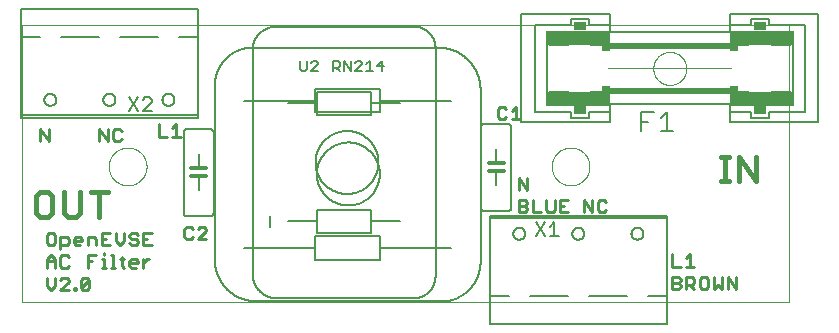
<source format=gto>
G04 EAGLE Gerber RS-274X export*
G75*
%MOMM*%
%FSLAX34Y34*%
%LPD*%
%INTop silk*%
%IPPOS*%
%AMOC8*
5,1,8,0,0,1.08239X$1,22.5*%
G01*
%ADD10C,0.000000*%
%ADD11C,0.177800*%
%ADD12C,0.228600*%
%ADD13C,0.457200*%
%ADD14C,0.127000*%
%ADD15C,0.304800*%
%ADD16C,0.152400*%
%ADD17C,0.050800*%
%ADD18R,10.160000X0.508000*%
%ADD19R,0.635000X1.651000*%
%ADD20R,0.254000X4.064000*%
%ADD21R,4.826000X1.143000*%
%ADD22R,1.016000X0.762000*%
%ADD23R,1.016000X0.127000*%
%ADD24R,1.778000X0.127000*%


D10*
X25320Y0D02*
X674680Y0D01*
X674680Y235000D01*
X25320Y235000D01*
X25320Y0D01*
D11*
X260889Y197287D02*
X260889Y204278D01*
X260889Y197287D02*
X262287Y195889D01*
X265084Y195889D01*
X266482Y197287D01*
X266482Y204278D01*
X270244Y195889D02*
X275837Y195889D01*
X270244Y195889D02*
X275837Y201482D01*
X275837Y202880D01*
X274439Y204278D01*
X271642Y204278D01*
X270244Y202880D01*
X288955Y204278D02*
X288955Y195889D01*
X288955Y204278D02*
X293149Y204278D01*
X294547Y202880D01*
X294547Y200084D01*
X293149Y198685D01*
X288955Y198685D01*
X291751Y198685D02*
X294547Y195889D01*
X298310Y195889D02*
X298310Y204278D01*
X303903Y195889D01*
X303903Y204278D01*
X307665Y195889D02*
X313258Y195889D01*
X307665Y195889D02*
X313258Y201482D01*
X313258Y202880D01*
X311860Y204278D01*
X309063Y204278D01*
X307665Y202880D01*
X317020Y201482D02*
X319817Y204278D01*
X319817Y195889D01*
X322613Y195889D02*
X317020Y195889D01*
X330570Y195889D02*
X330570Y204278D01*
X326375Y200084D01*
X331968Y200084D01*
D10*
X99000Y115000D02*
X99005Y115393D01*
X99019Y115785D01*
X99043Y116177D01*
X99077Y116568D01*
X99120Y116959D01*
X99173Y117348D01*
X99236Y117735D01*
X99307Y118121D01*
X99389Y118506D01*
X99479Y118888D01*
X99580Y119267D01*
X99689Y119645D01*
X99808Y120019D01*
X99935Y120390D01*
X100072Y120758D01*
X100218Y121123D01*
X100373Y121484D01*
X100536Y121841D01*
X100708Y122194D01*
X100889Y122542D01*
X101079Y122886D01*
X101276Y123226D01*
X101482Y123560D01*
X101696Y123889D01*
X101919Y124213D01*
X102149Y124531D01*
X102386Y124844D01*
X102632Y125150D01*
X102885Y125451D01*
X103145Y125745D01*
X103412Y126033D01*
X103686Y126314D01*
X103967Y126588D01*
X104255Y126855D01*
X104549Y127115D01*
X104850Y127368D01*
X105156Y127614D01*
X105469Y127851D01*
X105787Y128081D01*
X106111Y128304D01*
X106440Y128518D01*
X106774Y128724D01*
X107114Y128921D01*
X107458Y129111D01*
X107806Y129292D01*
X108159Y129464D01*
X108516Y129627D01*
X108877Y129782D01*
X109242Y129928D01*
X109610Y130065D01*
X109981Y130192D01*
X110355Y130311D01*
X110733Y130420D01*
X111112Y130521D01*
X111494Y130611D01*
X111879Y130693D01*
X112265Y130764D01*
X112652Y130827D01*
X113041Y130880D01*
X113432Y130923D01*
X113823Y130957D01*
X114215Y130981D01*
X114607Y130995D01*
X115000Y131000D01*
X115393Y130995D01*
X115785Y130981D01*
X116177Y130957D01*
X116568Y130923D01*
X116959Y130880D01*
X117348Y130827D01*
X117735Y130764D01*
X118121Y130693D01*
X118506Y130611D01*
X118888Y130521D01*
X119267Y130420D01*
X119645Y130311D01*
X120019Y130192D01*
X120390Y130065D01*
X120758Y129928D01*
X121123Y129782D01*
X121484Y129627D01*
X121841Y129464D01*
X122194Y129292D01*
X122542Y129111D01*
X122886Y128921D01*
X123226Y128724D01*
X123560Y128518D01*
X123889Y128304D01*
X124213Y128081D01*
X124531Y127851D01*
X124844Y127614D01*
X125150Y127368D01*
X125451Y127115D01*
X125745Y126855D01*
X126033Y126588D01*
X126314Y126314D01*
X126588Y126033D01*
X126855Y125745D01*
X127115Y125451D01*
X127368Y125150D01*
X127614Y124844D01*
X127851Y124531D01*
X128081Y124213D01*
X128304Y123889D01*
X128518Y123560D01*
X128724Y123226D01*
X128921Y122886D01*
X129111Y122542D01*
X129292Y122194D01*
X129464Y121841D01*
X129627Y121484D01*
X129782Y121123D01*
X129928Y120758D01*
X130065Y120390D01*
X130192Y120019D01*
X130311Y119645D01*
X130420Y119267D01*
X130521Y118888D01*
X130611Y118506D01*
X130693Y118121D01*
X130764Y117735D01*
X130827Y117348D01*
X130880Y116959D01*
X130923Y116568D01*
X130957Y116177D01*
X130981Y115785D01*
X130995Y115393D01*
X131000Y115000D01*
X130995Y114607D01*
X130981Y114215D01*
X130957Y113823D01*
X130923Y113432D01*
X130880Y113041D01*
X130827Y112652D01*
X130764Y112265D01*
X130693Y111879D01*
X130611Y111494D01*
X130521Y111112D01*
X130420Y110733D01*
X130311Y110355D01*
X130192Y109981D01*
X130065Y109610D01*
X129928Y109242D01*
X129782Y108877D01*
X129627Y108516D01*
X129464Y108159D01*
X129292Y107806D01*
X129111Y107458D01*
X128921Y107114D01*
X128724Y106774D01*
X128518Y106440D01*
X128304Y106111D01*
X128081Y105787D01*
X127851Y105469D01*
X127614Y105156D01*
X127368Y104850D01*
X127115Y104549D01*
X126855Y104255D01*
X126588Y103967D01*
X126314Y103686D01*
X126033Y103412D01*
X125745Y103145D01*
X125451Y102885D01*
X125150Y102632D01*
X124844Y102386D01*
X124531Y102149D01*
X124213Y101919D01*
X123889Y101696D01*
X123560Y101482D01*
X123226Y101276D01*
X122886Y101079D01*
X122542Y100889D01*
X122194Y100708D01*
X121841Y100536D01*
X121484Y100373D01*
X121123Y100218D01*
X120758Y100072D01*
X120390Y99935D01*
X120019Y99808D01*
X119645Y99689D01*
X119267Y99580D01*
X118888Y99479D01*
X118506Y99389D01*
X118121Y99307D01*
X117735Y99236D01*
X117348Y99173D01*
X116959Y99120D01*
X116568Y99077D01*
X116177Y99043D01*
X115785Y99019D01*
X115393Y99005D01*
X115000Y99000D01*
X114607Y99005D01*
X114215Y99019D01*
X113823Y99043D01*
X113432Y99077D01*
X113041Y99120D01*
X112652Y99173D01*
X112265Y99236D01*
X111879Y99307D01*
X111494Y99389D01*
X111112Y99479D01*
X110733Y99580D01*
X110355Y99689D01*
X109981Y99808D01*
X109610Y99935D01*
X109242Y100072D01*
X108877Y100218D01*
X108516Y100373D01*
X108159Y100536D01*
X107806Y100708D01*
X107458Y100889D01*
X107114Y101079D01*
X106774Y101276D01*
X106440Y101482D01*
X106111Y101696D01*
X105787Y101919D01*
X105469Y102149D01*
X105156Y102386D01*
X104850Y102632D01*
X104549Y102885D01*
X104255Y103145D01*
X103967Y103412D01*
X103686Y103686D01*
X103412Y103967D01*
X103145Y104255D01*
X102885Y104549D01*
X102632Y104850D01*
X102386Y105156D01*
X102149Y105469D01*
X101919Y105787D01*
X101696Y106111D01*
X101482Y106440D01*
X101276Y106774D01*
X101079Y107114D01*
X100889Y107458D01*
X100708Y107806D01*
X100536Y108159D01*
X100373Y108516D01*
X100218Y108877D01*
X100072Y109242D01*
X99935Y109610D01*
X99808Y109981D01*
X99689Y110355D01*
X99580Y110733D01*
X99479Y111112D01*
X99389Y111494D01*
X99307Y111879D01*
X99236Y112265D01*
X99173Y112652D01*
X99120Y113041D01*
X99077Y113432D01*
X99043Y113823D01*
X99019Y114215D01*
X99005Y114607D01*
X99000Y115000D01*
X474000Y115000D02*
X474005Y115393D01*
X474019Y115785D01*
X474043Y116177D01*
X474077Y116568D01*
X474120Y116959D01*
X474173Y117348D01*
X474236Y117735D01*
X474307Y118121D01*
X474389Y118506D01*
X474479Y118888D01*
X474580Y119267D01*
X474689Y119645D01*
X474808Y120019D01*
X474935Y120390D01*
X475072Y120758D01*
X475218Y121123D01*
X475373Y121484D01*
X475536Y121841D01*
X475708Y122194D01*
X475889Y122542D01*
X476079Y122886D01*
X476276Y123226D01*
X476482Y123560D01*
X476696Y123889D01*
X476919Y124213D01*
X477149Y124531D01*
X477386Y124844D01*
X477632Y125150D01*
X477885Y125451D01*
X478145Y125745D01*
X478412Y126033D01*
X478686Y126314D01*
X478967Y126588D01*
X479255Y126855D01*
X479549Y127115D01*
X479850Y127368D01*
X480156Y127614D01*
X480469Y127851D01*
X480787Y128081D01*
X481111Y128304D01*
X481440Y128518D01*
X481774Y128724D01*
X482114Y128921D01*
X482458Y129111D01*
X482806Y129292D01*
X483159Y129464D01*
X483516Y129627D01*
X483877Y129782D01*
X484242Y129928D01*
X484610Y130065D01*
X484981Y130192D01*
X485355Y130311D01*
X485733Y130420D01*
X486112Y130521D01*
X486494Y130611D01*
X486879Y130693D01*
X487265Y130764D01*
X487652Y130827D01*
X488041Y130880D01*
X488432Y130923D01*
X488823Y130957D01*
X489215Y130981D01*
X489607Y130995D01*
X490000Y131000D01*
X490393Y130995D01*
X490785Y130981D01*
X491177Y130957D01*
X491568Y130923D01*
X491959Y130880D01*
X492348Y130827D01*
X492735Y130764D01*
X493121Y130693D01*
X493506Y130611D01*
X493888Y130521D01*
X494267Y130420D01*
X494645Y130311D01*
X495019Y130192D01*
X495390Y130065D01*
X495758Y129928D01*
X496123Y129782D01*
X496484Y129627D01*
X496841Y129464D01*
X497194Y129292D01*
X497542Y129111D01*
X497886Y128921D01*
X498226Y128724D01*
X498560Y128518D01*
X498889Y128304D01*
X499213Y128081D01*
X499531Y127851D01*
X499844Y127614D01*
X500150Y127368D01*
X500451Y127115D01*
X500745Y126855D01*
X501033Y126588D01*
X501314Y126314D01*
X501588Y126033D01*
X501855Y125745D01*
X502115Y125451D01*
X502368Y125150D01*
X502614Y124844D01*
X502851Y124531D01*
X503081Y124213D01*
X503304Y123889D01*
X503518Y123560D01*
X503724Y123226D01*
X503921Y122886D01*
X504111Y122542D01*
X504292Y122194D01*
X504464Y121841D01*
X504627Y121484D01*
X504782Y121123D01*
X504928Y120758D01*
X505065Y120390D01*
X505192Y120019D01*
X505311Y119645D01*
X505420Y119267D01*
X505521Y118888D01*
X505611Y118506D01*
X505693Y118121D01*
X505764Y117735D01*
X505827Y117348D01*
X505880Y116959D01*
X505923Y116568D01*
X505957Y116177D01*
X505981Y115785D01*
X505995Y115393D01*
X506000Y115000D01*
X505995Y114607D01*
X505981Y114215D01*
X505957Y113823D01*
X505923Y113432D01*
X505880Y113041D01*
X505827Y112652D01*
X505764Y112265D01*
X505693Y111879D01*
X505611Y111494D01*
X505521Y111112D01*
X505420Y110733D01*
X505311Y110355D01*
X505192Y109981D01*
X505065Y109610D01*
X504928Y109242D01*
X504782Y108877D01*
X504627Y108516D01*
X504464Y108159D01*
X504292Y107806D01*
X504111Y107458D01*
X503921Y107114D01*
X503724Y106774D01*
X503518Y106440D01*
X503304Y106111D01*
X503081Y105787D01*
X502851Y105469D01*
X502614Y105156D01*
X502368Y104850D01*
X502115Y104549D01*
X501855Y104255D01*
X501588Y103967D01*
X501314Y103686D01*
X501033Y103412D01*
X500745Y103145D01*
X500451Y102885D01*
X500150Y102632D01*
X499844Y102386D01*
X499531Y102149D01*
X499213Y101919D01*
X498889Y101696D01*
X498560Y101482D01*
X498226Y101276D01*
X497886Y101079D01*
X497542Y100889D01*
X497194Y100708D01*
X496841Y100536D01*
X496484Y100373D01*
X496123Y100218D01*
X495758Y100072D01*
X495390Y99935D01*
X495019Y99808D01*
X494645Y99689D01*
X494267Y99580D01*
X493888Y99479D01*
X493506Y99389D01*
X493121Y99307D01*
X492735Y99236D01*
X492348Y99173D01*
X491959Y99120D01*
X491568Y99077D01*
X491177Y99043D01*
X490785Y99019D01*
X490393Y99005D01*
X490000Y99000D01*
X489607Y99005D01*
X489215Y99019D01*
X488823Y99043D01*
X488432Y99077D01*
X488041Y99120D01*
X487652Y99173D01*
X487265Y99236D01*
X486879Y99307D01*
X486494Y99389D01*
X486112Y99479D01*
X485733Y99580D01*
X485355Y99689D01*
X484981Y99808D01*
X484610Y99935D01*
X484242Y100072D01*
X483877Y100218D01*
X483516Y100373D01*
X483159Y100536D01*
X482806Y100708D01*
X482458Y100889D01*
X482114Y101079D01*
X481774Y101276D01*
X481440Y101482D01*
X481111Y101696D01*
X480787Y101919D01*
X480469Y102149D01*
X480156Y102386D01*
X479850Y102632D01*
X479549Y102885D01*
X479255Y103145D01*
X478967Y103412D01*
X478686Y103686D01*
X478412Y103967D01*
X478145Y104255D01*
X477885Y104549D01*
X477632Y104850D01*
X477386Y105156D01*
X477149Y105469D01*
X476919Y105787D01*
X476696Y106111D01*
X476482Y106440D01*
X476276Y106774D01*
X476079Y107114D01*
X475889Y107458D01*
X475708Y107806D01*
X475536Y108159D01*
X475373Y108516D01*
X475218Y108877D01*
X475072Y109242D01*
X474935Y109610D01*
X474808Y109981D01*
X474689Y110355D01*
X474580Y110733D01*
X474479Y111112D01*
X474389Y111494D01*
X474307Y111879D01*
X474236Y112265D01*
X474173Y112652D01*
X474120Y113041D01*
X474077Y113432D01*
X474043Y113823D01*
X474019Y114215D01*
X474005Y114607D01*
X474000Y115000D01*
D12*
X51594Y58876D02*
X48120Y58876D01*
X46383Y57139D01*
X46383Y50190D01*
X48120Y48453D01*
X51594Y48453D01*
X53332Y50190D01*
X53332Y57139D01*
X51594Y58876D01*
X58077Y55402D02*
X58077Y44979D01*
X58077Y55402D02*
X63288Y55402D01*
X65026Y53664D01*
X65026Y50190D01*
X63288Y48453D01*
X58077Y48453D01*
X71508Y48453D02*
X74982Y48453D01*
X71508Y48453D02*
X69771Y50190D01*
X69771Y53664D01*
X71508Y55402D01*
X74982Y55402D01*
X76720Y53664D01*
X76720Y51927D01*
X69771Y51927D01*
X81465Y48453D02*
X81465Y55402D01*
X86676Y55402D01*
X88414Y53664D01*
X88414Y48453D01*
X93159Y58876D02*
X100107Y58876D01*
X93159Y58876D02*
X93159Y48453D01*
X100107Y48453D01*
X96633Y53664D02*
X93159Y53664D01*
X104853Y51927D02*
X104853Y58876D01*
X104853Y51927D02*
X108327Y48453D01*
X111801Y51927D01*
X111801Y58876D01*
X121758Y58876D02*
X123495Y57139D01*
X121758Y58876D02*
X118284Y58876D01*
X116547Y57139D01*
X116547Y55402D01*
X118284Y53664D01*
X121758Y53664D01*
X123495Y51927D01*
X123495Y50190D01*
X121758Y48453D01*
X118284Y48453D01*
X116547Y50190D01*
X128241Y58876D02*
X135189Y58876D01*
X128241Y58876D02*
X128241Y48453D01*
X135189Y48453D01*
X131715Y53664D02*
X128241Y53664D01*
X46383Y36352D02*
X46383Y29403D01*
X46383Y36352D02*
X49857Y39826D01*
X53332Y36352D01*
X53332Y29403D01*
X53332Y34614D02*
X46383Y34614D01*
X63288Y39826D02*
X65026Y38089D01*
X63288Y39826D02*
X59814Y39826D01*
X58077Y38089D01*
X58077Y31140D01*
X59814Y29403D01*
X63288Y29403D01*
X65026Y31140D01*
X81465Y29403D02*
X81465Y39826D01*
X88414Y39826D01*
X84939Y34614D02*
X81465Y34614D01*
X93159Y36352D02*
X94896Y36352D01*
X94896Y29403D01*
X93159Y29403D02*
X96633Y29403D01*
X94896Y39826D02*
X94896Y41563D01*
X100955Y39826D02*
X102692Y39826D01*
X102692Y29403D01*
X100955Y29403D02*
X104429Y29403D01*
X110488Y31140D02*
X110488Y38089D01*
X110488Y31140D02*
X112225Y29403D01*
X112225Y36352D02*
X108751Y36352D01*
X118284Y29403D02*
X121758Y29403D01*
X118284Y29403D02*
X116547Y31140D01*
X116547Y34614D01*
X118284Y36352D01*
X121758Y36352D01*
X123495Y34614D01*
X123495Y32877D01*
X116547Y32877D01*
X128241Y29403D02*
X128241Y36352D01*
X131715Y36352D02*
X128241Y32877D01*
X131715Y36352D02*
X133452Y36352D01*
X46383Y20776D02*
X46383Y13827D01*
X49857Y10353D01*
X53332Y13827D01*
X53332Y20776D01*
X58077Y10353D02*
X65026Y10353D01*
X58077Y10353D02*
X65026Y17302D01*
X65026Y19039D01*
X63288Y20776D01*
X59814Y20776D01*
X58077Y19039D01*
X69771Y12090D02*
X69771Y10353D01*
X69771Y12090D02*
X71508Y12090D01*
X71508Y10353D01*
X69771Y10353D01*
X75618Y12090D02*
X75618Y19039D01*
X77355Y20776D01*
X80829Y20776D01*
X82567Y19039D01*
X82567Y12090D01*
X80829Y10353D01*
X77355Y10353D01*
X75618Y12090D01*
X82567Y19039D01*
X141143Y140193D02*
X141143Y150616D01*
X141143Y140193D02*
X148092Y140193D01*
X152837Y147142D02*
X156311Y150616D01*
X156311Y140193D01*
X152837Y140193D02*
X159786Y140193D01*
X576143Y40616D02*
X576143Y30193D01*
X583092Y30193D01*
X587837Y37142D02*
X591311Y40616D01*
X591311Y30193D01*
X587837Y30193D02*
X594786Y30193D01*
X576143Y21566D02*
X576143Y11143D01*
X576143Y21566D02*
X581354Y21566D01*
X583092Y19829D01*
X583092Y18092D01*
X581354Y16354D01*
X583092Y14617D01*
X583092Y12880D01*
X581354Y11143D01*
X576143Y11143D01*
X576143Y16354D02*
X581354Y16354D01*
X587837Y11143D02*
X587837Y21566D01*
X593048Y21566D01*
X594786Y19829D01*
X594786Y16354D01*
X593048Y14617D01*
X587837Y14617D01*
X591311Y14617D02*
X594786Y11143D01*
X601268Y21566D02*
X604742Y21566D01*
X601268Y21566D02*
X599531Y19829D01*
X599531Y12880D01*
X601268Y11143D01*
X604742Y11143D01*
X606480Y12880D01*
X606480Y19829D01*
X604742Y21566D01*
X611225Y21566D02*
X611225Y11143D01*
X614699Y14617D01*
X618174Y11143D01*
X618174Y21566D01*
X622919Y21566D02*
X622919Y11143D01*
X629867Y11143D02*
X622919Y21566D01*
X629867Y21566D02*
X629867Y11143D01*
X41143Y136143D02*
X41143Y146566D01*
X48092Y136143D01*
X48092Y146566D01*
X446143Y105616D02*
X446143Y95193D01*
X453092Y95193D02*
X446143Y105616D01*
X453092Y105616D02*
X453092Y95193D01*
X446143Y86566D02*
X446143Y76143D01*
X446143Y86566D02*
X451354Y86566D01*
X453092Y84829D01*
X453092Y83092D01*
X451354Y81354D01*
X453092Y79617D01*
X453092Y77880D01*
X451354Y76143D01*
X446143Y76143D01*
X446143Y81354D02*
X451354Y81354D01*
X457837Y76143D02*
X457837Y86566D01*
X457837Y76143D02*
X464786Y76143D01*
X469531Y77880D02*
X469531Y86566D01*
X469531Y77880D02*
X471268Y76143D01*
X474742Y76143D01*
X476480Y77880D01*
X476480Y86566D01*
X481225Y86566D02*
X488174Y86566D01*
X481225Y86566D02*
X481225Y76143D01*
X488174Y76143D01*
X484699Y81354D02*
X481225Y81354D01*
D13*
X47709Y93132D02*
X40760Y93132D01*
X37286Y89658D01*
X37286Y75760D01*
X40760Y72286D01*
X47709Y72286D01*
X51183Y75760D01*
X51183Y89658D01*
X47709Y93132D01*
X60674Y93132D02*
X60674Y75760D01*
X64148Y72286D01*
X71097Y72286D01*
X74571Y75760D01*
X74571Y93132D01*
X91011Y93132D02*
X91011Y72286D01*
X84062Y93132D02*
X97959Y93132D01*
X617286Y102286D02*
X624235Y102286D01*
X620760Y102286D02*
X620760Y123132D01*
X617286Y123132D02*
X624235Y123132D01*
X632878Y123132D02*
X632878Y102286D01*
X646775Y102286D02*
X632878Y123132D01*
X646775Y123132D02*
X646775Y102286D01*
D12*
X91143Y136143D02*
X91143Y146566D01*
X98092Y136143D01*
X98092Y146566D01*
X108048Y146566D02*
X109786Y144829D01*
X108048Y146566D02*
X104574Y146566D01*
X102837Y144829D01*
X102837Y137880D01*
X104574Y136143D01*
X108048Y136143D01*
X109786Y137880D01*
X501143Y86566D02*
X501143Y76143D01*
X508092Y76143D02*
X501143Y86566D01*
X508092Y86566D02*
X508092Y76143D01*
X518048Y86566D02*
X519786Y84829D01*
X518048Y86566D02*
X514574Y86566D01*
X512837Y84829D01*
X512837Y77880D01*
X514574Y76143D01*
X518048Y76143D01*
X519786Y77880D01*
D14*
X377745Y215700D02*
X220816Y215700D01*
X377745Y215701D02*
X378616Y215690D01*
X379487Y215659D01*
X380357Y215606D01*
X381225Y215533D01*
X382091Y215438D01*
X382955Y215323D01*
X383815Y215186D01*
X384672Y215029D01*
X385525Y214852D01*
X386374Y214653D01*
X387217Y214435D01*
X388055Y214196D01*
X388887Y213936D01*
X389712Y213657D01*
X390531Y213358D01*
X391342Y213039D01*
X392144Y212701D01*
X392939Y212343D01*
X393725Y211967D01*
X394501Y211571D01*
X395268Y211157D01*
X396024Y210724D01*
X396770Y210273D01*
X397504Y209805D01*
X398227Y209319D01*
X398938Y208815D01*
X399637Y208294D01*
X400323Y207757D01*
X400995Y207203D01*
X401655Y206633D01*
X402300Y206048D01*
X402931Y205447D01*
X403547Y204831D01*
X404148Y204200D01*
X404733Y203555D01*
X405303Y202895D01*
X405857Y202223D01*
X406394Y201537D01*
X406915Y200838D01*
X407419Y200127D01*
X407905Y199404D01*
X408373Y198670D01*
X408824Y197924D01*
X409257Y197168D01*
X409671Y196401D01*
X410067Y195625D01*
X410443Y194839D01*
X410801Y194044D01*
X411139Y193242D01*
X411458Y192431D01*
X411757Y191612D01*
X412036Y190787D01*
X412296Y189955D01*
X412535Y189117D01*
X412753Y188274D01*
X412952Y187425D01*
X413129Y186572D01*
X413286Y185715D01*
X413423Y184855D01*
X413538Y183991D01*
X413633Y183125D01*
X413706Y182257D01*
X413759Y181387D01*
X413790Y180516D01*
X413801Y179645D01*
X413800Y179645D02*
X413800Y34241D01*
X413790Y33431D01*
X413761Y32621D01*
X413712Y31811D01*
X413643Y31004D01*
X413555Y30198D01*
X413448Y29395D01*
X413321Y28594D01*
X413175Y27797D01*
X413010Y27003D01*
X412825Y26214D01*
X412622Y25430D01*
X412400Y24650D01*
X412158Y23876D01*
X411899Y23108D01*
X411620Y22347D01*
X411324Y21593D01*
X411009Y20846D01*
X410676Y20107D01*
X410326Y19376D01*
X409958Y18654D01*
X409573Y17941D01*
X409170Y17237D01*
X408751Y16543D01*
X408315Y15860D01*
X407863Y15188D01*
X407394Y14526D01*
X406910Y13876D01*
X406410Y13238D01*
X405895Y12612D01*
X405365Y11999D01*
X404820Y11399D01*
X404261Y10812D01*
X403688Y10239D01*
X403101Y9680D01*
X402501Y9135D01*
X401888Y8605D01*
X401262Y8090D01*
X400624Y7590D01*
X399974Y7106D01*
X399312Y6637D01*
X398640Y6185D01*
X397957Y5749D01*
X397263Y5330D01*
X396559Y4927D01*
X395846Y4542D01*
X395124Y4174D01*
X394393Y3824D01*
X393654Y3491D01*
X392907Y3176D01*
X392153Y2880D01*
X391392Y2601D01*
X390624Y2342D01*
X389850Y2100D01*
X389070Y1878D01*
X388286Y1675D01*
X387497Y1490D01*
X386703Y1325D01*
X385906Y1179D01*
X385105Y1052D01*
X384302Y945D01*
X383496Y857D01*
X382689Y788D01*
X381879Y739D01*
X381069Y710D01*
X380259Y700D01*
X224155Y700D01*
X223301Y710D01*
X222447Y741D01*
X221594Y793D01*
X220743Y865D01*
X219893Y958D01*
X219047Y1071D01*
X218203Y1205D01*
X217362Y1359D01*
X216526Y1533D01*
X215694Y1727D01*
X214867Y1942D01*
X214045Y2176D01*
X213230Y2430D01*
X212420Y2704D01*
X211618Y2998D01*
X210823Y3310D01*
X210035Y3642D01*
X209256Y3992D01*
X208486Y4362D01*
X207725Y4750D01*
X206973Y5156D01*
X206231Y5580D01*
X205500Y6022D01*
X204780Y6482D01*
X204071Y6958D01*
X203374Y7452D01*
X202689Y7963D01*
X202016Y8490D01*
X201357Y9033D01*
X200710Y9591D01*
X200078Y10166D01*
X199459Y10755D01*
X198855Y11359D01*
X198266Y11978D01*
X197691Y12610D01*
X197133Y13257D01*
X196590Y13916D01*
X196063Y14589D01*
X195552Y15274D01*
X195058Y15971D01*
X194582Y16680D01*
X194122Y17400D01*
X193680Y18131D01*
X193256Y18873D01*
X192850Y19625D01*
X192462Y20386D01*
X192092Y21156D01*
X191742Y21935D01*
X191410Y22723D01*
X191098Y23518D01*
X190804Y24320D01*
X190530Y25130D01*
X190276Y25945D01*
X190042Y26767D01*
X189827Y27594D01*
X189633Y28426D01*
X189459Y29262D01*
X189305Y30103D01*
X189171Y30947D01*
X189058Y31793D01*
X188965Y32643D01*
X188893Y33494D01*
X188841Y34347D01*
X188810Y35201D01*
X188800Y36055D01*
X188800Y183684D01*
X188809Y184458D01*
X188837Y185231D01*
X188884Y186003D01*
X188949Y186774D01*
X189033Y187543D01*
X189136Y188310D01*
X189257Y189074D01*
X189396Y189835D01*
X189554Y190593D01*
X189730Y191346D01*
X189925Y192095D01*
X190137Y192839D01*
X190367Y193577D01*
X190615Y194310D01*
X190881Y195037D01*
X191164Y195757D01*
X191464Y196470D01*
X191782Y197176D01*
X192116Y197873D01*
X192467Y198563D01*
X192835Y199243D01*
X193219Y199915D01*
X193619Y200577D01*
X194036Y201229D01*
X194467Y201871D01*
X194915Y202503D01*
X195377Y203123D01*
X195854Y203732D01*
X196346Y204329D01*
X196852Y204915D01*
X197372Y205487D01*
X197905Y206048D01*
X198452Y206595D01*
X199013Y207128D01*
X199585Y207648D01*
X200171Y208154D01*
X200768Y208646D01*
X201377Y209123D01*
X201997Y209585D01*
X202629Y210033D01*
X203271Y210464D01*
X203923Y210881D01*
X204585Y211281D01*
X205257Y211665D01*
X205937Y212033D01*
X206627Y212384D01*
X207324Y212718D01*
X208030Y213036D01*
X208743Y213336D01*
X209463Y213619D01*
X210190Y213885D01*
X210923Y214133D01*
X211661Y214363D01*
X212405Y214575D01*
X213154Y214770D01*
X213907Y214946D01*
X214665Y215104D01*
X215426Y215243D01*
X216190Y215364D01*
X216957Y215467D01*
X217726Y215551D01*
X218497Y215616D01*
X219269Y215663D01*
X220042Y215691D01*
X220816Y215700D01*
X275173Y108700D02*
X275181Y109353D01*
X275205Y110007D01*
X275245Y110659D01*
X275301Y111310D01*
X275373Y111959D01*
X275461Y112607D01*
X275565Y113252D01*
X275685Y113895D01*
X275820Y114534D01*
X275971Y115170D01*
X276138Y115802D01*
X276320Y116429D01*
X276517Y117052D01*
X276730Y117670D01*
X276957Y118283D01*
X277200Y118890D01*
X277457Y119490D01*
X277729Y120085D01*
X278016Y120672D01*
X278317Y121252D01*
X278632Y121824D01*
X278961Y122389D01*
X279304Y122945D01*
X279660Y123493D01*
X280030Y124032D01*
X280413Y124562D01*
X280809Y125082D01*
X281217Y125592D01*
X281638Y126092D01*
X282071Y126582D01*
X282515Y127060D01*
X282972Y127528D01*
X283440Y127985D01*
X283918Y128429D01*
X284408Y128862D01*
X284908Y129283D01*
X285418Y129691D01*
X285938Y130087D01*
X286468Y130470D01*
X287007Y130840D01*
X287555Y131196D01*
X288111Y131539D01*
X288676Y131868D01*
X289248Y132183D01*
X289828Y132484D01*
X290415Y132771D01*
X291010Y133043D01*
X291610Y133300D01*
X292217Y133543D01*
X292830Y133770D01*
X293448Y133983D01*
X294071Y134180D01*
X294698Y134362D01*
X295330Y134529D01*
X295966Y134680D01*
X296605Y134815D01*
X297248Y134935D01*
X297893Y135039D01*
X298541Y135127D01*
X299190Y135199D01*
X299841Y135255D01*
X300493Y135295D01*
X301147Y135319D01*
X301800Y135327D01*
X302453Y135319D01*
X303107Y135295D01*
X303759Y135255D01*
X304410Y135199D01*
X305059Y135127D01*
X305707Y135039D01*
X306352Y134935D01*
X306995Y134815D01*
X307634Y134680D01*
X308270Y134529D01*
X308902Y134362D01*
X309529Y134180D01*
X310152Y133983D01*
X310770Y133770D01*
X311383Y133543D01*
X311990Y133300D01*
X312590Y133043D01*
X313185Y132771D01*
X313772Y132484D01*
X314352Y132183D01*
X314924Y131868D01*
X315489Y131539D01*
X316045Y131196D01*
X316593Y130840D01*
X317132Y130470D01*
X317662Y130087D01*
X318182Y129691D01*
X318692Y129283D01*
X319192Y128862D01*
X319682Y128429D01*
X320160Y127985D01*
X320628Y127528D01*
X321085Y127060D01*
X321529Y126582D01*
X321962Y126092D01*
X322383Y125592D01*
X322791Y125082D01*
X323187Y124562D01*
X323570Y124032D01*
X323940Y123493D01*
X324296Y122945D01*
X324639Y122389D01*
X324968Y121824D01*
X325283Y121252D01*
X325584Y120672D01*
X325871Y120085D01*
X326143Y119490D01*
X326400Y118890D01*
X326643Y118283D01*
X326870Y117670D01*
X327083Y117052D01*
X327280Y116429D01*
X327462Y115802D01*
X327629Y115170D01*
X327780Y114534D01*
X327915Y113895D01*
X328035Y113252D01*
X328139Y112607D01*
X328227Y111959D01*
X328299Y111310D01*
X328355Y110659D01*
X328395Y110007D01*
X328419Y109353D01*
X328427Y108700D01*
X328419Y108047D01*
X328395Y107393D01*
X328355Y106741D01*
X328299Y106090D01*
X328227Y105441D01*
X328139Y104793D01*
X328035Y104148D01*
X327915Y103505D01*
X327780Y102866D01*
X327629Y102230D01*
X327462Y101598D01*
X327280Y100971D01*
X327083Y100348D01*
X326870Y99730D01*
X326643Y99117D01*
X326400Y98510D01*
X326143Y97910D01*
X325871Y97315D01*
X325584Y96728D01*
X325283Y96148D01*
X324968Y95576D01*
X324639Y95011D01*
X324296Y94455D01*
X323940Y93907D01*
X323570Y93368D01*
X323187Y92838D01*
X322791Y92318D01*
X322383Y91808D01*
X321962Y91308D01*
X321529Y90818D01*
X321085Y90340D01*
X320628Y89872D01*
X320160Y89415D01*
X319682Y88971D01*
X319192Y88538D01*
X318692Y88117D01*
X318182Y87709D01*
X317662Y87313D01*
X317132Y86930D01*
X316593Y86560D01*
X316045Y86204D01*
X315489Y85861D01*
X314924Y85532D01*
X314352Y85217D01*
X313772Y84916D01*
X313185Y84629D01*
X312590Y84357D01*
X311990Y84100D01*
X311383Y83857D01*
X310770Y83630D01*
X310152Y83417D01*
X309529Y83220D01*
X308902Y83038D01*
X308270Y82871D01*
X307634Y82720D01*
X306995Y82585D01*
X306352Y82465D01*
X305707Y82361D01*
X305059Y82273D01*
X304410Y82201D01*
X303759Y82145D01*
X303107Y82105D01*
X302453Y82081D01*
X301800Y82073D01*
X301147Y82081D01*
X300493Y82105D01*
X299841Y82145D01*
X299190Y82201D01*
X298541Y82273D01*
X297893Y82361D01*
X297248Y82465D01*
X296605Y82585D01*
X295966Y82720D01*
X295330Y82871D01*
X294698Y83038D01*
X294071Y83220D01*
X293448Y83417D01*
X292830Y83630D01*
X292217Y83857D01*
X291610Y84100D01*
X291010Y84357D01*
X290415Y84629D01*
X289828Y84916D01*
X289248Y85217D01*
X288676Y85532D01*
X288111Y85861D01*
X287555Y86204D01*
X287007Y86560D01*
X286468Y86930D01*
X285938Y87313D01*
X285418Y87709D01*
X284908Y88117D01*
X284408Y88538D01*
X283918Y88971D01*
X283440Y89415D01*
X282972Y89872D01*
X282515Y90340D01*
X282071Y90818D01*
X281638Y91308D01*
X281217Y91808D01*
X280809Y92318D01*
X280413Y92838D01*
X280030Y93368D01*
X279660Y93907D01*
X279304Y94455D01*
X278961Y95011D01*
X278632Y95576D01*
X278317Y96148D01*
X278016Y96728D01*
X277729Y97315D01*
X277457Y97910D01*
X277200Y98510D01*
X276957Y99117D01*
X276730Y99730D01*
X276517Y100348D01*
X276320Y100971D01*
X276138Y101598D01*
X275971Y102230D01*
X275820Y102866D01*
X275685Y103505D01*
X275565Y104148D01*
X275461Y104793D01*
X275373Y105441D01*
X275301Y106090D01*
X275245Y106741D01*
X275205Y107393D01*
X275181Y108047D01*
X275173Y108700D01*
X328800Y170700D02*
X388800Y170700D01*
X328800Y170700D02*
X328800Y160700D01*
X328800Y170700D02*
X328800Y180700D01*
X273800Y180700D01*
X273800Y170700D01*
X273800Y160700D01*
X328800Y160700D01*
X273800Y170700D02*
X213800Y170700D01*
X328800Y45700D02*
X388800Y45700D01*
X328800Y45700D02*
X328800Y35700D01*
X328800Y45700D02*
X328800Y55700D01*
X273800Y55700D01*
X273800Y45700D01*
X273800Y35700D01*
X328800Y35700D01*
X273800Y45700D02*
X213800Y45700D01*
X375700Y22376D02*
X375700Y215440D01*
X375700Y22376D02*
X375694Y21917D01*
X375678Y21459D01*
X375650Y21001D01*
X375611Y20545D01*
X375562Y20089D01*
X375501Y19634D01*
X375429Y19181D01*
X375346Y18730D01*
X375253Y18281D01*
X375149Y17835D01*
X375033Y17391D01*
X374908Y16950D01*
X374771Y16512D01*
X374624Y16078D01*
X374467Y15647D01*
X374299Y15220D01*
X374121Y14798D01*
X373933Y14379D01*
X373735Y13966D01*
X373526Y13557D01*
X373308Y13154D01*
X373081Y12756D01*
X372844Y12363D01*
X372597Y11977D01*
X372341Y11596D01*
X372076Y11222D01*
X371802Y10854D01*
X371519Y10494D01*
X371228Y10139D01*
X370928Y9793D01*
X370620Y9453D01*
X370303Y9121D01*
X369979Y8797D01*
X369647Y8480D01*
X369307Y8172D01*
X368961Y7872D01*
X368606Y7581D01*
X368246Y7298D01*
X367878Y7024D01*
X367504Y6759D01*
X367123Y6503D01*
X366737Y6256D01*
X366344Y6019D01*
X365946Y5792D01*
X365543Y5574D01*
X365134Y5365D01*
X364721Y5167D01*
X364302Y4979D01*
X363880Y4801D01*
X363453Y4633D01*
X363022Y4476D01*
X362588Y4329D01*
X362150Y4192D01*
X361709Y4067D01*
X361265Y3951D01*
X360819Y3847D01*
X360370Y3754D01*
X359919Y3671D01*
X359466Y3599D01*
X359011Y3538D01*
X358555Y3489D01*
X358099Y3450D01*
X357641Y3422D01*
X357183Y3406D01*
X356724Y3400D01*
X241506Y3400D01*
X241003Y3406D01*
X240501Y3424D01*
X239999Y3455D01*
X239498Y3497D01*
X238998Y3552D01*
X238500Y3618D01*
X238003Y3697D01*
X237509Y3788D01*
X237016Y3890D01*
X236527Y4005D01*
X236040Y4131D01*
X235557Y4269D01*
X235077Y4418D01*
X234600Y4579D01*
X234128Y4752D01*
X233660Y4936D01*
X233197Y5131D01*
X232738Y5338D01*
X232285Y5555D01*
X231837Y5783D01*
X231395Y6022D01*
X230958Y6272D01*
X230528Y6532D01*
X230104Y6802D01*
X229687Y7083D01*
X229277Y7374D01*
X228873Y7674D01*
X228478Y7984D01*
X228089Y8304D01*
X227709Y8632D01*
X227337Y8970D01*
X226973Y9317D01*
X226617Y9673D01*
X226270Y10037D01*
X225932Y10409D01*
X225604Y10789D01*
X225284Y11178D01*
X224974Y11573D01*
X224674Y11977D01*
X224383Y12387D01*
X224102Y12804D01*
X223832Y13228D01*
X223572Y13658D01*
X223322Y14095D01*
X223083Y14537D01*
X222855Y14985D01*
X222638Y15438D01*
X222431Y15897D01*
X222236Y16360D01*
X222052Y16828D01*
X221879Y17300D01*
X221718Y17777D01*
X221569Y18257D01*
X221431Y18740D01*
X221305Y19227D01*
X221190Y19716D01*
X221088Y20209D01*
X220997Y20703D01*
X220918Y21200D01*
X220852Y21698D01*
X220797Y22198D01*
X220755Y22699D01*
X220724Y23201D01*
X220706Y23703D01*
X220700Y24206D01*
X220700Y213516D01*
X220706Y213996D01*
X220723Y214477D01*
X220752Y214956D01*
X220793Y215435D01*
X220845Y215913D01*
X220909Y216389D01*
X220984Y216864D01*
X221070Y217336D01*
X221168Y217807D01*
X221278Y218275D01*
X221398Y218740D01*
X221530Y219202D01*
X221673Y219660D01*
X221827Y220116D01*
X221992Y220567D01*
X222168Y221014D01*
X222355Y221457D01*
X222552Y221895D01*
X222759Y222328D01*
X222978Y222757D01*
X223206Y223179D01*
X223445Y223596D01*
X223693Y224008D01*
X223952Y224413D01*
X224220Y224811D01*
X224498Y225204D01*
X224785Y225589D01*
X225081Y225967D01*
X225386Y226338D01*
X225701Y226702D01*
X226024Y227057D01*
X226355Y227405D01*
X226695Y227745D01*
X227043Y228076D01*
X227398Y228399D01*
X227762Y228714D01*
X228133Y229019D01*
X228511Y229315D01*
X228896Y229602D01*
X229289Y229880D01*
X229687Y230148D01*
X230092Y230407D01*
X230504Y230655D01*
X230921Y230894D01*
X231343Y231122D01*
X231772Y231341D01*
X232205Y231548D01*
X232643Y231745D01*
X233086Y231932D01*
X233533Y232108D01*
X233984Y232273D01*
X234440Y232427D01*
X234898Y232570D01*
X235360Y232702D01*
X235825Y232822D01*
X236293Y232932D01*
X236764Y233030D01*
X237236Y233116D01*
X237711Y233191D01*
X238187Y233255D01*
X238665Y233307D01*
X239144Y233348D01*
X239623Y233377D01*
X240104Y233394D01*
X240584Y233400D01*
X357740Y233400D01*
X357740Y233401D02*
X358174Y233396D01*
X358608Y233380D01*
X359041Y233354D01*
X359473Y233317D01*
X359905Y233270D01*
X360335Y233213D01*
X360764Y233145D01*
X361191Y233066D01*
X361616Y232978D01*
X362038Y232879D01*
X362458Y232770D01*
X362876Y232651D01*
X363290Y232522D01*
X363701Y232383D01*
X364109Y232234D01*
X364513Y232075D01*
X364913Y231907D01*
X365309Y231728D01*
X365700Y231541D01*
X366087Y231344D01*
X366469Y231137D01*
X366846Y230922D01*
X367217Y230697D01*
X367583Y230464D01*
X367943Y230222D01*
X368297Y229971D01*
X368645Y229711D01*
X368987Y229444D01*
X369322Y229168D01*
X369650Y228884D01*
X369972Y228592D01*
X370286Y228293D01*
X370593Y227986D01*
X370892Y227672D01*
X371184Y227350D01*
X371468Y227022D01*
X371744Y226687D01*
X372011Y226345D01*
X372271Y225997D01*
X372522Y225643D01*
X372764Y225283D01*
X372997Y224917D01*
X373222Y224546D01*
X373437Y224169D01*
X373644Y223787D01*
X373841Y223400D01*
X374028Y223009D01*
X374207Y222613D01*
X374375Y222213D01*
X374534Y221809D01*
X374683Y221401D01*
X374822Y220990D01*
X374951Y220576D01*
X375070Y220158D01*
X375179Y219738D01*
X375278Y219316D01*
X375366Y218891D01*
X375445Y218464D01*
X375513Y218035D01*
X375570Y217605D01*
X375617Y217173D01*
X375654Y216741D01*
X375680Y216308D01*
X375696Y215874D01*
X375701Y215440D01*
X274073Y118400D02*
X274081Y119053D01*
X274105Y119707D01*
X274145Y120359D01*
X274201Y121010D01*
X274273Y121659D01*
X274361Y122307D01*
X274465Y122952D01*
X274585Y123595D01*
X274720Y124234D01*
X274871Y124870D01*
X275038Y125502D01*
X275220Y126129D01*
X275417Y126752D01*
X275630Y127370D01*
X275857Y127983D01*
X276100Y128590D01*
X276357Y129190D01*
X276629Y129785D01*
X276916Y130372D01*
X277217Y130952D01*
X277532Y131524D01*
X277861Y132089D01*
X278204Y132645D01*
X278560Y133193D01*
X278930Y133732D01*
X279313Y134262D01*
X279709Y134782D01*
X280117Y135292D01*
X280538Y135792D01*
X280971Y136282D01*
X281415Y136760D01*
X281872Y137228D01*
X282340Y137685D01*
X282818Y138129D01*
X283308Y138562D01*
X283808Y138983D01*
X284318Y139391D01*
X284838Y139787D01*
X285368Y140170D01*
X285907Y140540D01*
X286455Y140896D01*
X287011Y141239D01*
X287576Y141568D01*
X288148Y141883D01*
X288728Y142184D01*
X289315Y142471D01*
X289910Y142743D01*
X290510Y143000D01*
X291117Y143243D01*
X291730Y143470D01*
X292348Y143683D01*
X292971Y143880D01*
X293598Y144062D01*
X294230Y144229D01*
X294866Y144380D01*
X295505Y144515D01*
X296148Y144635D01*
X296793Y144739D01*
X297441Y144827D01*
X298090Y144899D01*
X298741Y144955D01*
X299393Y144995D01*
X300047Y145019D01*
X300700Y145027D01*
X301353Y145019D01*
X302007Y144995D01*
X302659Y144955D01*
X303310Y144899D01*
X303959Y144827D01*
X304607Y144739D01*
X305252Y144635D01*
X305895Y144515D01*
X306534Y144380D01*
X307170Y144229D01*
X307802Y144062D01*
X308429Y143880D01*
X309052Y143683D01*
X309670Y143470D01*
X310283Y143243D01*
X310890Y143000D01*
X311490Y142743D01*
X312085Y142471D01*
X312672Y142184D01*
X313252Y141883D01*
X313824Y141568D01*
X314389Y141239D01*
X314945Y140896D01*
X315493Y140540D01*
X316032Y140170D01*
X316562Y139787D01*
X317082Y139391D01*
X317592Y138983D01*
X318092Y138562D01*
X318582Y138129D01*
X319060Y137685D01*
X319528Y137228D01*
X319985Y136760D01*
X320429Y136282D01*
X320862Y135792D01*
X321283Y135292D01*
X321691Y134782D01*
X322087Y134262D01*
X322470Y133732D01*
X322840Y133193D01*
X323196Y132645D01*
X323539Y132089D01*
X323868Y131524D01*
X324183Y130952D01*
X324484Y130372D01*
X324771Y129785D01*
X325043Y129190D01*
X325300Y128590D01*
X325543Y127983D01*
X325770Y127370D01*
X325983Y126752D01*
X326180Y126129D01*
X326362Y125502D01*
X326529Y124870D01*
X326680Y124234D01*
X326815Y123595D01*
X326935Y122952D01*
X327039Y122307D01*
X327127Y121659D01*
X327199Y121010D01*
X327255Y120359D01*
X327295Y119707D01*
X327319Y119053D01*
X327327Y118400D01*
X327319Y117747D01*
X327295Y117093D01*
X327255Y116441D01*
X327199Y115790D01*
X327127Y115141D01*
X327039Y114493D01*
X326935Y113848D01*
X326815Y113205D01*
X326680Y112566D01*
X326529Y111930D01*
X326362Y111298D01*
X326180Y110671D01*
X325983Y110048D01*
X325770Y109430D01*
X325543Y108817D01*
X325300Y108210D01*
X325043Y107610D01*
X324771Y107015D01*
X324484Y106428D01*
X324183Y105848D01*
X323868Y105276D01*
X323539Y104711D01*
X323196Y104155D01*
X322840Y103607D01*
X322470Y103068D01*
X322087Y102538D01*
X321691Y102018D01*
X321283Y101508D01*
X320862Y101008D01*
X320429Y100518D01*
X319985Y100040D01*
X319528Y99572D01*
X319060Y99115D01*
X318582Y98671D01*
X318092Y98238D01*
X317592Y97817D01*
X317082Y97409D01*
X316562Y97013D01*
X316032Y96630D01*
X315493Y96260D01*
X314945Y95904D01*
X314389Y95561D01*
X313824Y95232D01*
X313252Y94917D01*
X312672Y94616D01*
X312085Y94329D01*
X311490Y94057D01*
X310890Y93800D01*
X310283Y93557D01*
X309670Y93330D01*
X309052Y93117D01*
X308429Y92920D01*
X307802Y92738D01*
X307170Y92571D01*
X306534Y92420D01*
X305895Y92285D01*
X305252Y92165D01*
X304607Y92061D01*
X303959Y91973D01*
X303310Y91901D01*
X302659Y91845D01*
X302007Y91805D01*
X301353Y91781D01*
X300700Y91773D01*
X300047Y91781D01*
X299393Y91805D01*
X298741Y91845D01*
X298090Y91901D01*
X297441Y91973D01*
X296793Y92061D01*
X296148Y92165D01*
X295505Y92285D01*
X294866Y92420D01*
X294230Y92571D01*
X293598Y92738D01*
X292971Y92920D01*
X292348Y93117D01*
X291730Y93330D01*
X291117Y93557D01*
X290510Y93800D01*
X289910Y94057D01*
X289315Y94329D01*
X288728Y94616D01*
X288148Y94917D01*
X287576Y95232D01*
X287011Y95561D01*
X286455Y95904D01*
X285907Y96260D01*
X285368Y96630D01*
X284838Y97013D01*
X284318Y97409D01*
X283808Y97817D01*
X283308Y98238D01*
X282818Y98671D01*
X282340Y99115D01*
X281872Y99572D01*
X281415Y100040D01*
X280971Y100518D01*
X280538Y101008D01*
X280117Y101508D01*
X279709Y102018D01*
X279313Y102538D01*
X278930Y103068D01*
X278560Y103607D01*
X278204Y104155D01*
X277861Y104711D01*
X277532Y105276D01*
X277217Y105848D01*
X276916Y106428D01*
X276629Y107015D01*
X276357Y107610D01*
X276100Y108210D01*
X275857Y108817D01*
X275630Y109430D01*
X275417Y110048D01*
X275220Y110671D01*
X275038Y111298D01*
X274871Y111930D01*
X274720Y112566D01*
X274585Y113205D01*
X274465Y113848D01*
X274361Y114493D01*
X274273Y115141D01*
X274201Y115790D01*
X274145Y116441D01*
X274105Y117093D01*
X274081Y117747D01*
X274073Y118400D01*
X235700Y73400D02*
X235700Y63400D01*
X320700Y168400D02*
X345700Y168400D01*
X320700Y168400D02*
X320700Y158400D01*
X320700Y168400D02*
X320700Y178400D01*
X275700Y178400D01*
X275700Y158400D01*
X320700Y158400D01*
X275700Y168400D02*
X250700Y168400D01*
X320700Y68400D02*
X345700Y68400D01*
X320700Y68400D02*
X320700Y58400D01*
X320700Y68400D02*
X320700Y78400D01*
X275700Y78400D01*
X275700Y58400D01*
X320700Y58400D01*
X275700Y68400D02*
X250700Y68400D01*
D15*
X420650Y111352D02*
X427000Y111352D01*
X433350Y111352D01*
D16*
X427000Y111352D02*
X427000Y99160D01*
D15*
X427000Y117702D02*
X420650Y117702D01*
X427000Y117702D02*
X433350Y117702D01*
D16*
X427000Y117702D02*
X427000Y129640D01*
X416840Y77570D02*
X437160Y77570D01*
X439700Y80110D02*
X439700Y148690D01*
X437160Y151230D02*
X416840Y151230D01*
X414300Y148690D02*
X414300Y80110D01*
X414300Y148690D02*
X414302Y148790D01*
X414308Y148889D01*
X414318Y148989D01*
X414331Y149087D01*
X414349Y149186D01*
X414370Y149283D01*
X414395Y149379D01*
X414424Y149475D01*
X414457Y149569D01*
X414493Y149662D01*
X414533Y149753D01*
X414577Y149843D01*
X414624Y149931D01*
X414674Y150017D01*
X414728Y150101D01*
X414785Y150183D01*
X414845Y150262D01*
X414909Y150340D01*
X414975Y150414D01*
X415044Y150486D01*
X415116Y150555D01*
X415190Y150621D01*
X415268Y150685D01*
X415347Y150745D01*
X415429Y150802D01*
X415513Y150856D01*
X415599Y150906D01*
X415687Y150953D01*
X415777Y150997D01*
X415868Y151037D01*
X415961Y151073D01*
X416055Y151106D01*
X416151Y151135D01*
X416247Y151160D01*
X416344Y151181D01*
X416443Y151199D01*
X416541Y151212D01*
X416641Y151222D01*
X416740Y151228D01*
X416840Y151230D01*
X437160Y151230D02*
X437260Y151228D01*
X437359Y151222D01*
X437459Y151212D01*
X437557Y151199D01*
X437656Y151181D01*
X437753Y151160D01*
X437849Y151135D01*
X437945Y151106D01*
X438039Y151073D01*
X438132Y151037D01*
X438223Y150997D01*
X438313Y150953D01*
X438401Y150906D01*
X438487Y150856D01*
X438571Y150802D01*
X438653Y150745D01*
X438732Y150685D01*
X438810Y150621D01*
X438884Y150555D01*
X438956Y150486D01*
X439025Y150414D01*
X439091Y150340D01*
X439155Y150262D01*
X439215Y150183D01*
X439272Y150101D01*
X439326Y150017D01*
X439376Y149931D01*
X439423Y149843D01*
X439467Y149753D01*
X439507Y149662D01*
X439543Y149569D01*
X439576Y149475D01*
X439605Y149379D01*
X439630Y149283D01*
X439651Y149186D01*
X439669Y149087D01*
X439682Y148989D01*
X439692Y148889D01*
X439698Y148790D01*
X439700Y148690D01*
X439700Y80110D02*
X439698Y80010D01*
X439692Y79911D01*
X439682Y79811D01*
X439669Y79713D01*
X439651Y79614D01*
X439630Y79517D01*
X439605Y79421D01*
X439576Y79325D01*
X439543Y79231D01*
X439507Y79138D01*
X439467Y79047D01*
X439423Y78957D01*
X439376Y78869D01*
X439326Y78783D01*
X439272Y78699D01*
X439215Y78617D01*
X439155Y78538D01*
X439091Y78460D01*
X439025Y78386D01*
X438956Y78314D01*
X438884Y78245D01*
X438810Y78179D01*
X438732Y78115D01*
X438653Y78055D01*
X438571Y77998D01*
X438487Y77944D01*
X438401Y77894D01*
X438313Y77847D01*
X438223Y77803D01*
X438132Y77763D01*
X438039Y77727D01*
X437945Y77694D01*
X437849Y77665D01*
X437753Y77640D01*
X437656Y77619D01*
X437557Y77601D01*
X437459Y77588D01*
X437359Y77578D01*
X437260Y77572D01*
X437160Y77570D01*
X416840Y77570D02*
X416740Y77572D01*
X416641Y77578D01*
X416541Y77588D01*
X416443Y77601D01*
X416344Y77619D01*
X416247Y77640D01*
X416151Y77665D01*
X416055Y77694D01*
X415961Y77727D01*
X415868Y77763D01*
X415777Y77803D01*
X415687Y77847D01*
X415599Y77894D01*
X415513Y77944D01*
X415429Y77998D01*
X415347Y78055D01*
X415268Y78115D01*
X415190Y78179D01*
X415116Y78245D01*
X415044Y78314D01*
X414975Y78386D01*
X414909Y78460D01*
X414845Y78538D01*
X414785Y78617D01*
X414728Y78699D01*
X414674Y78783D01*
X414624Y78869D01*
X414577Y78957D01*
X414533Y79047D01*
X414493Y79138D01*
X414457Y79231D01*
X414424Y79325D01*
X414395Y79421D01*
X414370Y79517D01*
X414349Y79614D01*
X414331Y79713D01*
X414318Y79811D01*
X414308Y79911D01*
X414302Y80010D01*
X414300Y80110D01*
D12*
X435624Y163889D02*
X433886Y165626D01*
X430412Y165626D01*
X428675Y163889D01*
X428675Y156940D01*
X430412Y155203D01*
X433886Y155203D01*
X435624Y156940D01*
X440369Y162152D02*
X443843Y165626D01*
X443843Y155203D01*
X440369Y155203D02*
X447318Y155203D01*
D15*
X175000Y106952D02*
X168650Y106952D01*
X175000Y106952D02*
X181350Y106952D01*
D16*
X175000Y106952D02*
X175000Y94760D01*
D15*
X175000Y113302D02*
X168650Y113302D01*
X175000Y113302D02*
X181350Y113302D01*
D16*
X175000Y113302D02*
X175000Y125240D01*
X164840Y73170D02*
X185160Y73170D01*
X187700Y75710D02*
X187700Y144290D01*
X185160Y146830D02*
X164840Y146830D01*
X162300Y144290D02*
X162300Y75710D01*
X162300Y144290D02*
X162302Y144390D01*
X162308Y144489D01*
X162318Y144589D01*
X162331Y144687D01*
X162349Y144786D01*
X162370Y144883D01*
X162395Y144979D01*
X162424Y145075D01*
X162457Y145169D01*
X162493Y145262D01*
X162533Y145353D01*
X162577Y145443D01*
X162624Y145531D01*
X162674Y145617D01*
X162728Y145701D01*
X162785Y145783D01*
X162845Y145862D01*
X162909Y145940D01*
X162975Y146014D01*
X163044Y146086D01*
X163116Y146155D01*
X163190Y146221D01*
X163268Y146285D01*
X163347Y146345D01*
X163429Y146402D01*
X163513Y146456D01*
X163599Y146506D01*
X163687Y146553D01*
X163777Y146597D01*
X163868Y146637D01*
X163961Y146673D01*
X164055Y146706D01*
X164151Y146735D01*
X164247Y146760D01*
X164344Y146781D01*
X164443Y146799D01*
X164541Y146812D01*
X164641Y146822D01*
X164740Y146828D01*
X164840Y146830D01*
X185160Y146830D02*
X185260Y146828D01*
X185359Y146822D01*
X185459Y146812D01*
X185557Y146799D01*
X185656Y146781D01*
X185753Y146760D01*
X185849Y146735D01*
X185945Y146706D01*
X186039Y146673D01*
X186132Y146637D01*
X186223Y146597D01*
X186313Y146553D01*
X186401Y146506D01*
X186487Y146456D01*
X186571Y146402D01*
X186653Y146345D01*
X186732Y146285D01*
X186810Y146221D01*
X186884Y146155D01*
X186956Y146086D01*
X187025Y146014D01*
X187091Y145940D01*
X187155Y145862D01*
X187215Y145783D01*
X187272Y145701D01*
X187326Y145617D01*
X187376Y145531D01*
X187423Y145443D01*
X187467Y145353D01*
X187507Y145262D01*
X187543Y145169D01*
X187576Y145075D01*
X187605Y144979D01*
X187630Y144883D01*
X187651Y144786D01*
X187669Y144687D01*
X187682Y144589D01*
X187692Y144489D01*
X187698Y144390D01*
X187700Y144290D01*
X187700Y75710D02*
X187698Y75610D01*
X187692Y75511D01*
X187682Y75411D01*
X187669Y75313D01*
X187651Y75214D01*
X187630Y75117D01*
X187605Y75021D01*
X187576Y74925D01*
X187543Y74831D01*
X187507Y74738D01*
X187467Y74647D01*
X187423Y74557D01*
X187376Y74469D01*
X187326Y74383D01*
X187272Y74299D01*
X187215Y74217D01*
X187155Y74138D01*
X187091Y74060D01*
X187025Y73986D01*
X186956Y73914D01*
X186884Y73845D01*
X186810Y73779D01*
X186732Y73715D01*
X186653Y73655D01*
X186571Y73598D01*
X186487Y73544D01*
X186401Y73494D01*
X186313Y73447D01*
X186223Y73403D01*
X186132Y73363D01*
X186039Y73327D01*
X185945Y73294D01*
X185849Y73265D01*
X185753Y73240D01*
X185656Y73219D01*
X185557Y73201D01*
X185459Y73188D01*
X185359Y73178D01*
X185260Y73172D01*
X185160Y73170D01*
X164840Y73170D02*
X164740Y73172D01*
X164641Y73178D01*
X164541Y73188D01*
X164443Y73201D01*
X164344Y73219D01*
X164247Y73240D01*
X164151Y73265D01*
X164055Y73294D01*
X163961Y73327D01*
X163868Y73363D01*
X163777Y73403D01*
X163687Y73447D01*
X163599Y73494D01*
X163513Y73544D01*
X163429Y73598D01*
X163347Y73655D01*
X163268Y73715D01*
X163190Y73779D01*
X163116Y73845D01*
X163044Y73914D01*
X162975Y73986D01*
X162909Y74060D01*
X162845Y74138D01*
X162785Y74217D01*
X162728Y74299D01*
X162674Y74383D01*
X162624Y74469D01*
X162577Y74557D01*
X162533Y74647D01*
X162493Y74738D01*
X162457Y74831D01*
X162424Y74925D01*
X162395Y75021D01*
X162370Y75117D01*
X162349Y75214D01*
X162331Y75313D01*
X162318Y75411D01*
X162308Y75511D01*
X162302Y75610D01*
X162300Y75710D01*
D12*
X168286Y63626D02*
X170024Y61889D01*
X168286Y63626D02*
X164812Y63626D01*
X163075Y61889D01*
X163075Y54940D01*
X164812Y53203D01*
X168286Y53203D01*
X170024Y54940D01*
X174769Y53203D02*
X181718Y53203D01*
X174769Y53203D02*
X181718Y60152D01*
X181718Y61889D01*
X179980Y63626D01*
X176506Y63626D01*
X174769Y61889D01*
D16*
X421630Y-18530D02*
X571490Y-18530D01*
X571490Y71390D02*
X571490Y73420D01*
X421630Y73420D01*
X421630Y5350D02*
X421630Y-18530D01*
X421630Y5350D02*
X437630Y5350D01*
X455410Y5350D02*
X487670Y5350D01*
X505450Y5350D02*
X537710Y5350D01*
X555490Y5350D02*
X571490Y5350D01*
X421630Y5350D02*
X421630Y71390D01*
X571490Y5350D02*
X571490Y-18530D01*
X571490Y71390D02*
X421630Y71390D01*
X571490Y71390D02*
X571490Y5350D01*
X421630Y71390D02*
X421630Y73420D01*
X441440Y58178D02*
X441442Y58320D01*
X441448Y58463D01*
X441458Y58605D01*
X441472Y58747D01*
X441490Y58888D01*
X441512Y59029D01*
X441538Y59169D01*
X441567Y59308D01*
X441601Y59447D01*
X441639Y59584D01*
X441680Y59721D01*
X441725Y59856D01*
X441774Y59990D01*
X441827Y60122D01*
X441883Y60253D01*
X441943Y60382D01*
X442007Y60510D01*
X442074Y60635D01*
X442145Y60759D01*
X442219Y60881D01*
X442296Y61000D01*
X442377Y61118D01*
X442461Y61233D01*
X442548Y61345D01*
X442639Y61455D01*
X442732Y61563D01*
X442829Y61668D01*
X442928Y61770D01*
X443030Y61869D01*
X443135Y61966D01*
X443243Y62059D01*
X443353Y62150D01*
X443465Y62237D01*
X443580Y62321D01*
X443698Y62402D01*
X443817Y62479D01*
X443939Y62553D01*
X444063Y62624D01*
X444188Y62691D01*
X444316Y62755D01*
X444445Y62815D01*
X444576Y62871D01*
X444708Y62924D01*
X444842Y62973D01*
X444977Y63018D01*
X445114Y63059D01*
X445251Y63097D01*
X445390Y63131D01*
X445529Y63160D01*
X445669Y63186D01*
X445810Y63208D01*
X445951Y63226D01*
X446093Y63240D01*
X446235Y63250D01*
X446378Y63256D01*
X446520Y63258D01*
X446662Y63256D01*
X446805Y63250D01*
X446947Y63240D01*
X447089Y63226D01*
X447230Y63208D01*
X447371Y63186D01*
X447511Y63160D01*
X447650Y63131D01*
X447789Y63097D01*
X447926Y63059D01*
X448063Y63018D01*
X448198Y62973D01*
X448332Y62924D01*
X448464Y62871D01*
X448595Y62815D01*
X448724Y62755D01*
X448852Y62691D01*
X448977Y62624D01*
X449101Y62553D01*
X449223Y62479D01*
X449342Y62402D01*
X449460Y62321D01*
X449575Y62237D01*
X449687Y62150D01*
X449797Y62059D01*
X449905Y61966D01*
X450010Y61869D01*
X450112Y61770D01*
X450211Y61668D01*
X450308Y61563D01*
X450401Y61455D01*
X450492Y61345D01*
X450579Y61233D01*
X450663Y61118D01*
X450744Y61000D01*
X450821Y60881D01*
X450895Y60759D01*
X450966Y60635D01*
X451033Y60510D01*
X451097Y60382D01*
X451157Y60253D01*
X451213Y60122D01*
X451266Y59990D01*
X451315Y59856D01*
X451360Y59721D01*
X451401Y59584D01*
X451439Y59447D01*
X451473Y59308D01*
X451502Y59169D01*
X451528Y59029D01*
X451550Y58888D01*
X451568Y58747D01*
X451582Y58605D01*
X451592Y58463D01*
X451598Y58320D01*
X451600Y58178D01*
X451598Y58036D01*
X451592Y57893D01*
X451582Y57751D01*
X451568Y57609D01*
X451550Y57468D01*
X451528Y57327D01*
X451502Y57187D01*
X451473Y57048D01*
X451439Y56909D01*
X451401Y56772D01*
X451360Y56635D01*
X451315Y56500D01*
X451266Y56366D01*
X451213Y56234D01*
X451157Y56103D01*
X451097Y55974D01*
X451033Y55846D01*
X450966Y55721D01*
X450895Y55597D01*
X450821Y55475D01*
X450744Y55356D01*
X450663Y55238D01*
X450579Y55123D01*
X450492Y55011D01*
X450401Y54901D01*
X450308Y54793D01*
X450211Y54688D01*
X450112Y54586D01*
X450010Y54487D01*
X449905Y54390D01*
X449797Y54297D01*
X449687Y54206D01*
X449575Y54119D01*
X449460Y54035D01*
X449342Y53954D01*
X449223Y53877D01*
X449101Y53803D01*
X448977Y53732D01*
X448852Y53665D01*
X448724Y53601D01*
X448595Y53541D01*
X448464Y53485D01*
X448332Y53432D01*
X448198Y53383D01*
X448063Y53338D01*
X447926Y53297D01*
X447789Y53259D01*
X447650Y53225D01*
X447511Y53196D01*
X447371Y53170D01*
X447230Y53148D01*
X447089Y53130D01*
X446947Y53116D01*
X446805Y53106D01*
X446662Y53100D01*
X446520Y53098D01*
X446378Y53100D01*
X446235Y53106D01*
X446093Y53116D01*
X445951Y53130D01*
X445810Y53148D01*
X445669Y53170D01*
X445529Y53196D01*
X445390Y53225D01*
X445251Y53259D01*
X445114Y53297D01*
X444977Y53338D01*
X444842Y53383D01*
X444708Y53432D01*
X444576Y53485D01*
X444445Y53541D01*
X444316Y53601D01*
X444188Y53665D01*
X444063Y53732D01*
X443939Y53803D01*
X443817Y53877D01*
X443698Y53954D01*
X443580Y54035D01*
X443465Y54119D01*
X443353Y54206D01*
X443243Y54297D01*
X443135Y54390D01*
X443030Y54487D01*
X442928Y54586D01*
X442829Y54688D01*
X442732Y54793D01*
X442639Y54901D01*
X442548Y55011D01*
X442461Y55123D01*
X442377Y55238D01*
X442296Y55356D01*
X442219Y55475D01*
X442145Y55597D01*
X442074Y55721D01*
X442007Y55846D01*
X441943Y55974D01*
X441883Y56103D01*
X441827Y56234D01*
X441774Y56366D01*
X441725Y56500D01*
X441680Y56635D01*
X441639Y56772D01*
X441601Y56909D01*
X441567Y57048D01*
X441538Y57187D01*
X441512Y57327D01*
X441490Y57468D01*
X441472Y57609D01*
X441458Y57751D01*
X441448Y57893D01*
X441442Y58036D01*
X441440Y58178D01*
X541516Y58178D02*
X541518Y58320D01*
X541524Y58463D01*
X541534Y58605D01*
X541548Y58747D01*
X541566Y58888D01*
X541588Y59029D01*
X541614Y59169D01*
X541643Y59308D01*
X541677Y59447D01*
X541715Y59584D01*
X541756Y59721D01*
X541801Y59856D01*
X541850Y59990D01*
X541903Y60122D01*
X541959Y60253D01*
X542019Y60382D01*
X542083Y60510D01*
X542150Y60635D01*
X542221Y60759D01*
X542295Y60881D01*
X542372Y61000D01*
X542453Y61118D01*
X542537Y61233D01*
X542624Y61345D01*
X542715Y61455D01*
X542808Y61563D01*
X542905Y61668D01*
X543004Y61770D01*
X543106Y61869D01*
X543211Y61966D01*
X543319Y62059D01*
X543429Y62150D01*
X543541Y62237D01*
X543656Y62321D01*
X543774Y62402D01*
X543893Y62479D01*
X544015Y62553D01*
X544139Y62624D01*
X544264Y62691D01*
X544392Y62755D01*
X544521Y62815D01*
X544652Y62871D01*
X544784Y62924D01*
X544918Y62973D01*
X545053Y63018D01*
X545190Y63059D01*
X545327Y63097D01*
X545466Y63131D01*
X545605Y63160D01*
X545745Y63186D01*
X545886Y63208D01*
X546027Y63226D01*
X546169Y63240D01*
X546311Y63250D01*
X546454Y63256D01*
X546596Y63258D01*
X546738Y63256D01*
X546881Y63250D01*
X547023Y63240D01*
X547165Y63226D01*
X547306Y63208D01*
X547447Y63186D01*
X547587Y63160D01*
X547726Y63131D01*
X547865Y63097D01*
X548002Y63059D01*
X548139Y63018D01*
X548274Y62973D01*
X548408Y62924D01*
X548540Y62871D01*
X548671Y62815D01*
X548800Y62755D01*
X548928Y62691D01*
X549053Y62624D01*
X549177Y62553D01*
X549299Y62479D01*
X549418Y62402D01*
X549536Y62321D01*
X549651Y62237D01*
X549763Y62150D01*
X549873Y62059D01*
X549981Y61966D01*
X550086Y61869D01*
X550188Y61770D01*
X550287Y61668D01*
X550384Y61563D01*
X550477Y61455D01*
X550568Y61345D01*
X550655Y61233D01*
X550739Y61118D01*
X550820Y61000D01*
X550897Y60881D01*
X550971Y60759D01*
X551042Y60635D01*
X551109Y60510D01*
X551173Y60382D01*
X551233Y60253D01*
X551289Y60122D01*
X551342Y59990D01*
X551391Y59856D01*
X551436Y59721D01*
X551477Y59584D01*
X551515Y59447D01*
X551549Y59308D01*
X551578Y59169D01*
X551604Y59029D01*
X551626Y58888D01*
X551644Y58747D01*
X551658Y58605D01*
X551668Y58463D01*
X551674Y58320D01*
X551676Y58178D01*
X551674Y58036D01*
X551668Y57893D01*
X551658Y57751D01*
X551644Y57609D01*
X551626Y57468D01*
X551604Y57327D01*
X551578Y57187D01*
X551549Y57048D01*
X551515Y56909D01*
X551477Y56772D01*
X551436Y56635D01*
X551391Y56500D01*
X551342Y56366D01*
X551289Y56234D01*
X551233Y56103D01*
X551173Y55974D01*
X551109Y55846D01*
X551042Y55721D01*
X550971Y55597D01*
X550897Y55475D01*
X550820Y55356D01*
X550739Y55238D01*
X550655Y55123D01*
X550568Y55011D01*
X550477Y54901D01*
X550384Y54793D01*
X550287Y54688D01*
X550188Y54586D01*
X550086Y54487D01*
X549981Y54390D01*
X549873Y54297D01*
X549763Y54206D01*
X549651Y54119D01*
X549536Y54035D01*
X549418Y53954D01*
X549299Y53877D01*
X549177Y53803D01*
X549053Y53732D01*
X548928Y53665D01*
X548800Y53601D01*
X548671Y53541D01*
X548540Y53485D01*
X548408Y53432D01*
X548274Y53383D01*
X548139Y53338D01*
X548002Y53297D01*
X547865Y53259D01*
X547726Y53225D01*
X547587Y53196D01*
X547447Y53170D01*
X547306Y53148D01*
X547165Y53130D01*
X547023Y53116D01*
X546881Y53106D01*
X546738Y53100D01*
X546596Y53098D01*
X546454Y53100D01*
X546311Y53106D01*
X546169Y53116D01*
X546027Y53130D01*
X545886Y53148D01*
X545745Y53170D01*
X545605Y53196D01*
X545466Y53225D01*
X545327Y53259D01*
X545190Y53297D01*
X545053Y53338D01*
X544918Y53383D01*
X544784Y53432D01*
X544652Y53485D01*
X544521Y53541D01*
X544392Y53601D01*
X544264Y53665D01*
X544139Y53732D01*
X544015Y53803D01*
X543893Y53877D01*
X543774Y53954D01*
X543656Y54035D01*
X543541Y54119D01*
X543429Y54206D01*
X543319Y54297D01*
X543211Y54390D01*
X543106Y54487D01*
X543004Y54586D01*
X542905Y54688D01*
X542808Y54793D01*
X542715Y54901D01*
X542624Y55011D01*
X542537Y55123D01*
X542453Y55238D01*
X542372Y55356D01*
X542295Y55475D01*
X542221Y55597D01*
X542150Y55721D01*
X542083Y55846D01*
X542019Y55974D01*
X541959Y56103D01*
X541903Y56234D01*
X541850Y56366D01*
X541801Y56500D01*
X541756Y56635D01*
X541715Y56772D01*
X541677Y56909D01*
X541643Y57048D01*
X541614Y57187D01*
X541588Y57327D01*
X541566Y57468D01*
X541548Y57609D01*
X541534Y57751D01*
X541524Y57893D01*
X541518Y58036D01*
X541516Y58178D01*
X491478Y58178D02*
X491480Y58320D01*
X491486Y58463D01*
X491496Y58605D01*
X491510Y58747D01*
X491528Y58888D01*
X491550Y59029D01*
X491576Y59169D01*
X491605Y59308D01*
X491639Y59447D01*
X491677Y59584D01*
X491718Y59721D01*
X491763Y59856D01*
X491812Y59990D01*
X491865Y60122D01*
X491921Y60253D01*
X491981Y60382D01*
X492045Y60510D01*
X492112Y60635D01*
X492183Y60759D01*
X492257Y60881D01*
X492334Y61000D01*
X492415Y61118D01*
X492499Y61233D01*
X492586Y61345D01*
X492677Y61455D01*
X492770Y61563D01*
X492867Y61668D01*
X492966Y61770D01*
X493068Y61869D01*
X493173Y61966D01*
X493281Y62059D01*
X493391Y62150D01*
X493503Y62237D01*
X493618Y62321D01*
X493736Y62402D01*
X493855Y62479D01*
X493977Y62553D01*
X494101Y62624D01*
X494226Y62691D01*
X494354Y62755D01*
X494483Y62815D01*
X494614Y62871D01*
X494746Y62924D01*
X494880Y62973D01*
X495015Y63018D01*
X495152Y63059D01*
X495289Y63097D01*
X495428Y63131D01*
X495567Y63160D01*
X495707Y63186D01*
X495848Y63208D01*
X495989Y63226D01*
X496131Y63240D01*
X496273Y63250D01*
X496416Y63256D01*
X496558Y63258D01*
X496700Y63256D01*
X496843Y63250D01*
X496985Y63240D01*
X497127Y63226D01*
X497268Y63208D01*
X497409Y63186D01*
X497549Y63160D01*
X497688Y63131D01*
X497827Y63097D01*
X497964Y63059D01*
X498101Y63018D01*
X498236Y62973D01*
X498370Y62924D01*
X498502Y62871D01*
X498633Y62815D01*
X498762Y62755D01*
X498890Y62691D01*
X499015Y62624D01*
X499139Y62553D01*
X499261Y62479D01*
X499380Y62402D01*
X499498Y62321D01*
X499613Y62237D01*
X499725Y62150D01*
X499835Y62059D01*
X499943Y61966D01*
X500048Y61869D01*
X500150Y61770D01*
X500249Y61668D01*
X500346Y61563D01*
X500439Y61455D01*
X500530Y61345D01*
X500617Y61233D01*
X500701Y61118D01*
X500782Y61000D01*
X500859Y60881D01*
X500933Y60759D01*
X501004Y60635D01*
X501071Y60510D01*
X501135Y60382D01*
X501195Y60253D01*
X501251Y60122D01*
X501304Y59990D01*
X501353Y59856D01*
X501398Y59721D01*
X501439Y59584D01*
X501477Y59447D01*
X501511Y59308D01*
X501540Y59169D01*
X501566Y59029D01*
X501588Y58888D01*
X501606Y58747D01*
X501620Y58605D01*
X501630Y58463D01*
X501636Y58320D01*
X501638Y58178D01*
X501636Y58036D01*
X501630Y57893D01*
X501620Y57751D01*
X501606Y57609D01*
X501588Y57468D01*
X501566Y57327D01*
X501540Y57187D01*
X501511Y57048D01*
X501477Y56909D01*
X501439Y56772D01*
X501398Y56635D01*
X501353Y56500D01*
X501304Y56366D01*
X501251Y56234D01*
X501195Y56103D01*
X501135Y55974D01*
X501071Y55846D01*
X501004Y55721D01*
X500933Y55597D01*
X500859Y55475D01*
X500782Y55356D01*
X500701Y55238D01*
X500617Y55123D01*
X500530Y55011D01*
X500439Y54901D01*
X500346Y54793D01*
X500249Y54688D01*
X500150Y54586D01*
X500048Y54487D01*
X499943Y54390D01*
X499835Y54297D01*
X499725Y54206D01*
X499613Y54119D01*
X499498Y54035D01*
X499380Y53954D01*
X499261Y53877D01*
X499139Y53803D01*
X499015Y53732D01*
X498890Y53665D01*
X498762Y53601D01*
X498633Y53541D01*
X498502Y53485D01*
X498370Y53432D01*
X498236Y53383D01*
X498101Y53338D01*
X497964Y53297D01*
X497827Y53259D01*
X497688Y53225D01*
X497549Y53196D01*
X497409Y53170D01*
X497268Y53148D01*
X497127Y53130D01*
X496985Y53116D01*
X496843Y53106D01*
X496700Y53100D01*
X496558Y53098D01*
X496416Y53100D01*
X496273Y53106D01*
X496131Y53116D01*
X495989Y53130D01*
X495848Y53148D01*
X495707Y53170D01*
X495567Y53196D01*
X495428Y53225D01*
X495289Y53259D01*
X495152Y53297D01*
X495015Y53338D01*
X494880Y53383D01*
X494746Y53432D01*
X494614Y53485D01*
X494483Y53541D01*
X494354Y53601D01*
X494226Y53665D01*
X494101Y53732D01*
X493977Y53803D01*
X493855Y53877D01*
X493736Y53954D01*
X493618Y54035D01*
X493503Y54119D01*
X493391Y54206D01*
X493281Y54297D01*
X493173Y54390D01*
X493068Y54487D01*
X492966Y54586D01*
X492867Y54688D01*
X492770Y54793D01*
X492677Y54901D01*
X492586Y55011D01*
X492499Y55123D01*
X492415Y55238D01*
X492334Y55356D01*
X492257Y55475D01*
X492183Y55597D01*
X492112Y55721D01*
X492045Y55846D01*
X491981Y55974D01*
X491921Y56103D01*
X491865Y56234D01*
X491812Y56366D01*
X491763Y56500D01*
X491718Y56635D01*
X491677Y56772D01*
X491639Y56909D01*
X491605Y57048D01*
X491576Y57187D01*
X491550Y57327D01*
X491528Y57468D01*
X491510Y57609D01*
X491496Y57751D01*
X491486Y57893D01*
X491480Y58036D01*
X491478Y58178D01*
D14*
X468244Y56273D02*
X460617Y67713D01*
X468244Y67713D02*
X460617Y56273D01*
X472311Y63900D02*
X476124Y67713D01*
X476124Y56273D01*
X472311Y56273D02*
X479937Y56273D01*
D16*
X174450Y248290D02*
X24590Y248290D01*
X24590Y158370D02*
X24590Y156340D01*
X174450Y156340D01*
X174450Y224410D02*
X174450Y248290D01*
X174450Y224410D02*
X158450Y224410D01*
X140670Y224410D02*
X108410Y224410D01*
X90630Y224410D02*
X58370Y224410D01*
X40590Y224410D02*
X24590Y224410D01*
X174450Y224410D02*
X174450Y158370D01*
X24590Y224410D02*
X24590Y248290D01*
X24590Y158370D02*
X174450Y158370D01*
X24590Y158370D02*
X24590Y224410D01*
X174450Y158370D02*
X174450Y156340D01*
X144480Y171582D02*
X144482Y171724D01*
X144488Y171867D01*
X144498Y172009D01*
X144512Y172151D01*
X144530Y172292D01*
X144552Y172433D01*
X144578Y172573D01*
X144607Y172712D01*
X144641Y172851D01*
X144679Y172988D01*
X144720Y173125D01*
X144765Y173260D01*
X144814Y173394D01*
X144867Y173526D01*
X144923Y173657D01*
X144983Y173786D01*
X145047Y173914D01*
X145114Y174039D01*
X145185Y174163D01*
X145259Y174285D01*
X145336Y174404D01*
X145417Y174522D01*
X145501Y174637D01*
X145588Y174749D01*
X145679Y174859D01*
X145772Y174967D01*
X145869Y175072D01*
X145968Y175174D01*
X146070Y175273D01*
X146175Y175370D01*
X146283Y175463D01*
X146393Y175554D01*
X146505Y175641D01*
X146620Y175725D01*
X146738Y175806D01*
X146857Y175883D01*
X146979Y175957D01*
X147103Y176028D01*
X147228Y176095D01*
X147356Y176159D01*
X147485Y176219D01*
X147616Y176275D01*
X147748Y176328D01*
X147882Y176377D01*
X148017Y176422D01*
X148154Y176463D01*
X148291Y176501D01*
X148430Y176535D01*
X148569Y176564D01*
X148709Y176590D01*
X148850Y176612D01*
X148991Y176630D01*
X149133Y176644D01*
X149275Y176654D01*
X149418Y176660D01*
X149560Y176662D01*
X149702Y176660D01*
X149845Y176654D01*
X149987Y176644D01*
X150129Y176630D01*
X150270Y176612D01*
X150411Y176590D01*
X150551Y176564D01*
X150690Y176535D01*
X150829Y176501D01*
X150966Y176463D01*
X151103Y176422D01*
X151238Y176377D01*
X151372Y176328D01*
X151504Y176275D01*
X151635Y176219D01*
X151764Y176159D01*
X151892Y176095D01*
X152017Y176028D01*
X152141Y175957D01*
X152263Y175883D01*
X152382Y175806D01*
X152500Y175725D01*
X152615Y175641D01*
X152727Y175554D01*
X152837Y175463D01*
X152945Y175370D01*
X153050Y175273D01*
X153152Y175174D01*
X153251Y175072D01*
X153348Y174967D01*
X153441Y174859D01*
X153532Y174749D01*
X153619Y174637D01*
X153703Y174522D01*
X153784Y174404D01*
X153861Y174285D01*
X153935Y174163D01*
X154006Y174039D01*
X154073Y173914D01*
X154137Y173786D01*
X154197Y173657D01*
X154253Y173526D01*
X154306Y173394D01*
X154355Y173260D01*
X154400Y173125D01*
X154441Y172988D01*
X154479Y172851D01*
X154513Y172712D01*
X154542Y172573D01*
X154568Y172433D01*
X154590Y172292D01*
X154608Y172151D01*
X154622Y172009D01*
X154632Y171867D01*
X154638Y171724D01*
X154640Y171582D01*
X154638Y171440D01*
X154632Y171297D01*
X154622Y171155D01*
X154608Y171013D01*
X154590Y170872D01*
X154568Y170731D01*
X154542Y170591D01*
X154513Y170452D01*
X154479Y170313D01*
X154441Y170176D01*
X154400Y170039D01*
X154355Y169904D01*
X154306Y169770D01*
X154253Y169638D01*
X154197Y169507D01*
X154137Y169378D01*
X154073Y169250D01*
X154006Y169125D01*
X153935Y169001D01*
X153861Y168879D01*
X153784Y168760D01*
X153703Y168642D01*
X153619Y168527D01*
X153532Y168415D01*
X153441Y168305D01*
X153348Y168197D01*
X153251Y168092D01*
X153152Y167990D01*
X153050Y167891D01*
X152945Y167794D01*
X152837Y167701D01*
X152727Y167610D01*
X152615Y167523D01*
X152500Y167439D01*
X152382Y167358D01*
X152263Y167281D01*
X152141Y167207D01*
X152017Y167136D01*
X151892Y167069D01*
X151764Y167005D01*
X151635Y166945D01*
X151504Y166889D01*
X151372Y166836D01*
X151238Y166787D01*
X151103Y166742D01*
X150966Y166701D01*
X150829Y166663D01*
X150690Y166629D01*
X150551Y166600D01*
X150411Y166574D01*
X150270Y166552D01*
X150129Y166534D01*
X149987Y166520D01*
X149845Y166510D01*
X149702Y166504D01*
X149560Y166502D01*
X149418Y166504D01*
X149275Y166510D01*
X149133Y166520D01*
X148991Y166534D01*
X148850Y166552D01*
X148709Y166574D01*
X148569Y166600D01*
X148430Y166629D01*
X148291Y166663D01*
X148154Y166701D01*
X148017Y166742D01*
X147882Y166787D01*
X147748Y166836D01*
X147616Y166889D01*
X147485Y166945D01*
X147356Y167005D01*
X147228Y167069D01*
X147103Y167136D01*
X146979Y167207D01*
X146857Y167281D01*
X146738Y167358D01*
X146620Y167439D01*
X146505Y167523D01*
X146393Y167610D01*
X146283Y167701D01*
X146175Y167794D01*
X146070Y167891D01*
X145968Y167990D01*
X145869Y168092D01*
X145772Y168197D01*
X145679Y168305D01*
X145588Y168415D01*
X145501Y168527D01*
X145417Y168642D01*
X145336Y168760D01*
X145259Y168879D01*
X145185Y169001D01*
X145114Y169125D01*
X145047Y169250D01*
X144983Y169378D01*
X144923Y169507D01*
X144867Y169638D01*
X144814Y169770D01*
X144765Y169904D01*
X144720Y170039D01*
X144679Y170176D01*
X144641Y170313D01*
X144607Y170452D01*
X144578Y170591D01*
X144552Y170731D01*
X144530Y170872D01*
X144512Y171013D01*
X144498Y171155D01*
X144488Y171297D01*
X144482Y171440D01*
X144480Y171582D01*
X44404Y171582D02*
X44406Y171724D01*
X44412Y171867D01*
X44422Y172009D01*
X44436Y172151D01*
X44454Y172292D01*
X44476Y172433D01*
X44502Y172573D01*
X44531Y172712D01*
X44565Y172851D01*
X44603Y172988D01*
X44644Y173125D01*
X44689Y173260D01*
X44738Y173394D01*
X44791Y173526D01*
X44847Y173657D01*
X44907Y173786D01*
X44971Y173914D01*
X45038Y174039D01*
X45109Y174163D01*
X45183Y174285D01*
X45260Y174404D01*
X45341Y174522D01*
X45425Y174637D01*
X45512Y174749D01*
X45603Y174859D01*
X45696Y174967D01*
X45793Y175072D01*
X45892Y175174D01*
X45994Y175273D01*
X46099Y175370D01*
X46207Y175463D01*
X46317Y175554D01*
X46429Y175641D01*
X46544Y175725D01*
X46662Y175806D01*
X46781Y175883D01*
X46903Y175957D01*
X47027Y176028D01*
X47152Y176095D01*
X47280Y176159D01*
X47409Y176219D01*
X47540Y176275D01*
X47672Y176328D01*
X47806Y176377D01*
X47941Y176422D01*
X48078Y176463D01*
X48215Y176501D01*
X48354Y176535D01*
X48493Y176564D01*
X48633Y176590D01*
X48774Y176612D01*
X48915Y176630D01*
X49057Y176644D01*
X49199Y176654D01*
X49342Y176660D01*
X49484Y176662D01*
X49626Y176660D01*
X49769Y176654D01*
X49911Y176644D01*
X50053Y176630D01*
X50194Y176612D01*
X50335Y176590D01*
X50475Y176564D01*
X50614Y176535D01*
X50753Y176501D01*
X50890Y176463D01*
X51027Y176422D01*
X51162Y176377D01*
X51296Y176328D01*
X51428Y176275D01*
X51559Y176219D01*
X51688Y176159D01*
X51816Y176095D01*
X51941Y176028D01*
X52065Y175957D01*
X52187Y175883D01*
X52306Y175806D01*
X52424Y175725D01*
X52539Y175641D01*
X52651Y175554D01*
X52761Y175463D01*
X52869Y175370D01*
X52974Y175273D01*
X53076Y175174D01*
X53175Y175072D01*
X53272Y174967D01*
X53365Y174859D01*
X53456Y174749D01*
X53543Y174637D01*
X53627Y174522D01*
X53708Y174404D01*
X53785Y174285D01*
X53859Y174163D01*
X53930Y174039D01*
X53997Y173914D01*
X54061Y173786D01*
X54121Y173657D01*
X54177Y173526D01*
X54230Y173394D01*
X54279Y173260D01*
X54324Y173125D01*
X54365Y172988D01*
X54403Y172851D01*
X54437Y172712D01*
X54466Y172573D01*
X54492Y172433D01*
X54514Y172292D01*
X54532Y172151D01*
X54546Y172009D01*
X54556Y171867D01*
X54562Y171724D01*
X54564Y171582D01*
X54562Y171440D01*
X54556Y171297D01*
X54546Y171155D01*
X54532Y171013D01*
X54514Y170872D01*
X54492Y170731D01*
X54466Y170591D01*
X54437Y170452D01*
X54403Y170313D01*
X54365Y170176D01*
X54324Y170039D01*
X54279Y169904D01*
X54230Y169770D01*
X54177Y169638D01*
X54121Y169507D01*
X54061Y169378D01*
X53997Y169250D01*
X53930Y169125D01*
X53859Y169001D01*
X53785Y168879D01*
X53708Y168760D01*
X53627Y168642D01*
X53543Y168527D01*
X53456Y168415D01*
X53365Y168305D01*
X53272Y168197D01*
X53175Y168092D01*
X53076Y167990D01*
X52974Y167891D01*
X52869Y167794D01*
X52761Y167701D01*
X52651Y167610D01*
X52539Y167523D01*
X52424Y167439D01*
X52306Y167358D01*
X52187Y167281D01*
X52065Y167207D01*
X51941Y167136D01*
X51816Y167069D01*
X51688Y167005D01*
X51559Y166945D01*
X51428Y166889D01*
X51296Y166836D01*
X51162Y166787D01*
X51027Y166742D01*
X50890Y166701D01*
X50753Y166663D01*
X50614Y166629D01*
X50475Y166600D01*
X50335Y166574D01*
X50194Y166552D01*
X50053Y166534D01*
X49911Y166520D01*
X49769Y166510D01*
X49626Y166504D01*
X49484Y166502D01*
X49342Y166504D01*
X49199Y166510D01*
X49057Y166520D01*
X48915Y166534D01*
X48774Y166552D01*
X48633Y166574D01*
X48493Y166600D01*
X48354Y166629D01*
X48215Y166663D01*
X48078Y166701D01*
X47941Y166742D01*
X47806Y166787D01*
X47672Y166836D01*
X47540Y166889D01*
X47409Y166945D01*
X47280Y167005D01*
X47152Y167069D01*
X47027Y167136D01*
X46903Y167207D01*
X46781Y167281D01*
X46662Y167358D01*
X46544Y167439D01*
X46429Y167523D01*
X46317Y167610D01*
X46207Y167701D01*
X46099Y167794D01*
X45994Y167891D01*
X45892Y167990D01*
X45793Y168092D01*
X45696Y168197D01*
X45603Y168305D01*
X45512Y168415D01*
X45425Y168527D01*
X45341Y168642D01*
X45260Y168760D01*
X45183Y168879D01*
X45109Y169001D01*
X45038Y169125D01*
X44971Y169250D01*
X44907Y169378D01*
X44847Y169507D01*
X44791Y169638D01*
X44738Y169770D01*
X44689Y169904D01*
X44644Y170039D01*
X44603Y170176D01*
X44565Y170313D01*
X44531Y170452D01*
X44502Y170591D01*
X44476Y170731D01*
X44454Y170872D01*
X44436Y171013D01*
X44422Y171155D01*
X44412Y171297D01*
X44406Y171440D01*
X44404Y171582D01*
X94442Y171582D02*
X94444Y171724D01*
X94450Y171867D01*
X94460Y172009D01*
X94474Y172151D01*
X94492Y172292D01*
X94514Y172433D01*
X94540Y172573D01*
X94569Y172712D01*
X94603Y172851D01*
X94641Y172988D01*
X94682Y173125D01*
X94727Y173260D01*
X94776Y173394D01*
X94829Y173526D01*
X94885Y173657D01*
X94945Y173786D01*
X95009Y173914D01*
X95076Y174039D01*
X95147Y174163D01*
X95221Y174285D01*
X95298Y174404D01*
X95379Y174522D01*
X95463Y174637D01*
X95550Y174749D01*
X95641Y174859D01*
X95734Y174967D01*
X95831Y175072D01*
X95930Y175174D01*
X96032Y175273D01*
X96137Y175370D01*
X96245Y175463D01*
X96355Y175554D01*
X96467Y175641D01*
X96582Y175725D01*
X96700Y175806D01*
X96819Y175883D01*
X96941Y175957D01*
X97065Y176028D01*
X97190Y176095D01*
X97318Y176159D01*
X97447Y176219D01*
X97578Y176275D01*
X97710Y176328D01*
X97844Y176377D01*
X97979Y176422D01*
X98116Y176463D01*
X98253Y176501D01*
X98392Y176535D01*
X98531Y176564D01*
X98671Y176590D01*
X98812Y176612D01*
X98953Y176630D01*
X99095Y176644D01*
X99237Y176654D01*
X99380Y176660D01*
X99522Y176662D01*
X99664Y176660D01*
X99807Y176654D01*
X99949Y176644D01*
X100091Y176630D01*
X100232Y176612D01*
X100373Y176590D01*
X100513Y176564D01*
X100652Y176535D01*
X100791Y176501D01*
X100928Y176463D01*
X101065Y176422D01*
X101200Y176377D01*
X101334Y176328D01*
X101466Y176275D01*
X101597Y176219D01*
X101726Y176159D01*
X101854Y176095D01*
X101979Y176028D01*
X102103Y175957D01*
X102225Y175883D01*
X102344Y175806D01*
X102462Y175725D01*
X102577Y175641D01*
X102689Y175554D01*
X102799Y175463D01*
X102907Y175370D01*
X103012Y175273D01*
X103114Y175174D01*
X103213Y175072D01*
X103310Y174967D01*
X103403Y174859D01*
X103494Y174749D01*
X103581Y174637D01*
X103665Y174522D01*
X103746Y174404D01*
X103823Y174285D01*
X103897Y174163D01*
X103968Y174039D01*
X104035Y173914D01*
X104099Y173786D01*
X104159Y173657D01*
X104215Y173526D01*
X104268Y173394D01*
X104317Y173260D01*
X104362Y173125D01*
X104403Y172988D01*
X104441Y172851D01*
X104475Y172712D01*
X104504Y172573D01*
X104530Y172433D01*
X104552Y172292D01*
X104570Y172151D01*
X104584Y172009D01*
X104594Y171867D01*
X104600Y171724D01*
X104602Y171582D01*
X104600Y171440D01*
X104594Y171297D01*
X104584Y171155D01*
X104570Y171013D01*
X104552Y170872D01*
X104530Y170731D01*
X104504Y170591D01*
X104475Y170452D01*
X104441Y170313D01*
X104403Y170176D01*
X104362Y170039D01*
X104317Y169904D01*
X104268Y169770D01*
X104215Y169638D01*
X104159Y169507D01*
X104099Y169378D01*
X104035Y169250D01*
X103968Y169125D01*
X103897Y169001D01*
X103823Y168879D01*
X103746Y168760D01*
X103665Y168642D01*
X103581Y168527D01*
X103494Y168415D01*
X103403Y168305D01*
X103310Y168197D01*
X103213Y168092D01*
X103114Y167990D01*
X103012Y167891D01*
X102907Y167794D01*
X102799Y167701D01*
X102689Y167610D01*
X102577Y167523D01*
X102462Y167439D01*
X102344Y167358D01*
X102225Y167281D01*
X102103Y167207D01*
X101979Y167136D01*
X101854Y167069D01*
X101726Y167005D01*
X101597Y166945D01*
X101466Y166889D01*
X101334Y166836D01*
X101200Y166787D01*
X101065Y166742D01*
X100928Y166701D01*
X100791Y166663D01*
X100652Y166629D01*
X100513Y166600D01*
X100373Y166574D01*
X100232Y166552D01*
X100091Y166534D01*
X99949Y166520D01*
X99807Y166510D01*
X99664Y166504D01*
X99522Y166502D01*
X99380Y166504D01*
X99237Y166510D01*
X99095Y166520D01*
X98953Y166534D01*
X98812Y166552D01*
X98671Y166574D01*
X98531Y166600D01*
X98392Y166629D01*
X98253Y166663D01*
X98116Y166701D01*
X97979Y166742D01*
X97844Y166787D01*
X97710Y166836D01*
X97578Y166889D01*
X97447Y166945D01*
X97318Y167005D01*
X97190Y167069D01*
X97065Y167136D01*
X96941Y167207D01*
X96819Y167281D01*
X96700Y167358D01*
X96582Y167439D01*
X96467Y167523D01*
X96355Y167610D01*
X96245Y167701D01*
X96137Y167794D01*
X96032Y167891D01*
X95930Y167990D01*
X95831Y168092D01*
X95734Y168197D01*
X95641Y168305D01*
X95550Y168415D01*
X95463Y168527D01*
X95379Y168642D01*
X95298Y168760D01*
X95221Y168879D01*
X95147Y169001D01*
X95076Y169125D01*
X95009Y169250D01*
X94945Y169378D01*
X94885Y169507D01*
X94829Y169638D01*
X94776Y169770D01*
X94727Y169904D01*
X94682Y170039D01*
X94641Y170176D01*
X94603Y170313D01*
X94569Y170452D01*
X94540Y170591D01*
X94514Y170731D01*
X94492Y170872D01*
X94474Y171013D01*
X94460Y171155D01*
X94450Y171297D01*
X94444Y171440D01*
X94442Y171582D01*
D14*
X115885Y173497D02*
X123512Y162057D01*
X115885Y162057D02*
X123512Y173497D01*
X127579Y162057D02*
X135206Y162057D01*
X127579Y162057D02*
X135206Y169684D01*
X135206Y171590D01*
X133299Y173497D01*
X129486Y173497D01*
X127579Y171590D01*
D16*
X699730Y152280D02*
X699730Y243720D01*
X448270Y243720D02*
X448270Y152280D01*
D17*
X523200Y168790D02*
X624800Y168790D01*
D16*
X657820Y161170D02*
X688300Y161170D01*
X688300Y234830D01*
X459700Y234830D02*
X459700Y161170D01*
D17*
X521930Y198000D02*
X626070Y198000D01*
D16*
X523200Y243720D02*
X448270Y243720D01*
X523200Y234830D02*
X523200Y228480D01*
X624800Y228480D01*
X624800Y243720D02*
X699730Y243720D01*
X699730Y152280D02*
X624800Y152280D01*
X624800Y167520D02*
X523200Y167520D01*
X523200Y161170D02*
X523200Y152280D01*
X448270Y152280D01*
X505420Y234830D02*
X523200Y234830D01*
X505420Y234830D02*
X505420Y239910D01*
X490180Y239910D01*
X490180Y234830D01*
X459700Y234830D01*
X505420Y161170D02*
X523200Y161170D01*
X505420Y161170D02*
X505420Y156090D01*
X490180Y156090D01*
X490180Y161170D01*
X459700Y161170D01*
X523200Y161170D02*
X523200Y167520D01*
X523200Y234830D02*
X523200Y243720D01*
X624800Y167520D02*
X624800Y161170D01*
X624800Y152280D01*
X624800Y234830D02*
X624800Y243720D01*
X624800Y234830D02*
X624800Y228480D01*
X624800Y161170D02*
X642580Y161170D01*
X642580Y156090D01*
X657820Y156090D01*
X657820Y161170D01*
X642580Y234830D02*
X624800Y234830D01*
X642580Y234830D02*
X642580Y239910D01*
X657820Y239910D01*
X657820Y234830D01*
X688300Y234830D01*
D18*
X574000Y178950D03*
X574000Y217050D03*
D19*
X520025Y221495D03*
X520025Y174505D03*
D20*
X469860Y198000D03*
D21*
X492720Y171965D03*
X492720Y224035D03*
D22*
X497800Y233560D03*
X497800Y162440D03*
D19*
X627975Y174505D03*
X627975Y221495D03*
D21*
X655280Y224035D03*
D20*
X678140Y198000D03*
D21*
X655280Y171965D03*
D22*
X650200Y162440D03*
X650200Y233560D03*
D23*
X511770Y217685D03*
X511770Y178315D03*
D24*
X480020Y178315D03*
X480020Y217685D03*
X667980Y178315D03*
D23*
X636230Y178315D03*
X636230Y217685D03*
D24*
X667980Y217685D03*
D10*
X560030Y198000D02*
X560034Y198343D01*
X560047Y198685D01*
X560068Y199028D01*
X560097Y199369D01*
X560135Y199710D01*
X560181Y200050D01*
X560236Y200388D01*
X560298Y200725D01*
X560369Y201061D01*
X560449Y201394D01*
X560536Y201726D01*
X560632Y202055D01*
X560735Y202382D01*
X560847Y202706D01*
X560966Y203028D01*
X561093Y203346D01*
X561228Y203661D01*
X561371Y203973D01*
X561522Y204281D01*
X561680Y204585D01*
X561845Y204886D01*
X562018Y205182D01*
X562197Y205474D01*
X562384Y205761D01*
X562578Y206044D01*
X562779Y206322D01*
X562987Y206595D01*
X563201Y206862D01*
X563422Y207125D01*
X563649Y207382D01*
X563882Y207633D01*
X564122Y207878D01*
X564367Y208118D01*
X564618Y208351D01*
X564875Y208578D01*
X565138Y208799D01*
X565405Y209013D01*
X565678Y209221D01*
X565956Y209422D01*
X566239Y209616D01*
X566526Y209803D01*
X566818Y209982D01*
X567114Y210155D01*
X567415Y210320D01*
X567719Y210478D01*
X568027Y210629D01*
X568339Y210772D01*
X568654Y210907D01*
X568972Y211034D01*
X569294Y211153D01*
X569618Y211265D01*
X569945Y211368D01*
X570274Y211464D01*
X570606Y211551D01*
X570939Y211631D01*
X571275Y211702D01*
X571612Y211764D01*
X571950Y211819D01*
X572290Y211865D01*
X572631Y211903D01*
X572972Y211932D01*
X573315Y211953D01*
X573657Y211966D01*
X574000Y211970D01*
X574343Y211966D01*
X574685Y211953D01*
X575028Y211932D01*
X575369Y211903D01*
X575710Y211865D01*
X576050Y211819D01*
X576388Y211764D01*
X576725Y211702D01*
X577061Y211631D01*
X577394Y211551D01*
X577726Y211464D01*
X578055Y211368D01*
X578382Y211265D01*
X578706Y211153D01*
X579028Y211034D01*
X579346Y210907D01*
X579661Y210772D01*
X579973Y210629D01*
X580281Y210478D01*
X580585Y210320D01*
X580886Y210155D01*
X581182Y209982D01*
X581474Y209803D01*
X581761Y209616D01*
X582044Y209422D01*
X582322Y209221D01*
X582595Y209013D01*
X582862Y208799D01*
X583125Y208578D01*
X583382Y208351D01*
X583633Y208118D01*
X583878Y207878D01*
X584118Y207633D01*
X584351Y207382D01*
X584578Y207125D01*
X584799Y206862D01*
X585013Y206595D01*
X585221Y206322D01*
X585422Y206044D01*
X585616Y205761D01*
X585803Y205474D01*
X585982Y205182D01*
X586155Y204886D01*
X586320Y204585D01*
X586478Y204281D01*
X586629Y203973D01*
X586772Y203661D01*
X586907Y203346D01*
X587034Y203028D01*
X587153Y202706D01*
X587265Y202382D01*
X587368Y202055D01*
X587464Y201726D01*
X587551Y201394D01*
X587631Y201061D01*
X587702Y200725D01*
X587764Y200388D01*
X587819Y200050D01*
X587865Y199710D01*
X587903Y199369D01*
X587932Y199028D01*
X587953Y198685D01*
X587966Y198343D01*
X587970Y198000D01*
X587966Y197657D01*
X587953Y197315D01*
X587932Y196972D01*
X587903Y196631D01*
X587865Y196290D01*
X587819Y195950D01*
X587764Y195612D01*
X587702Y195275D01*
X587631Y194939D01*
X587551Y194606D01*
X587464Y194274D01*
X587368Y193945D01*
X587265Y193618D01*
X587153Y193294D01*
X587034Y192972D01*
X586907Y192654D01*
X586772Y192339D01*
X586629Y192027D01*
X586478Y191719D01*
X586320Y191415D01*
X586155Y191114D01*
X585982Y190818D01*
X585803Y190526D01*
X585616Y190239D01*
X585422Y189956D01*
X585221Y189678D01*
X585013Y189405D01*
X584799Y189138D01*
X584578Y188875D01*
X584351Y188618D01*
X584118Y188367D01*
X583878Y188122D01*
X583633Y187882D01*
X583382Y187649D01*
X583125Y187422D01*
X582862Y187201D01*
X582595Y186987D01*
X582322Y186779D01*
X582044Y186578D01*
X581761Y186384D01*
X581474Y186197D01*
X581182Y186018D01*
X580886Y185845D01*
X580585Y185680D01*
X580281Y185522D01*
X579973Y185371D01*
X579661Y185228D01*
X579346Y185093D01*
X579028Y184966D01*
X578706Y184847D01*
X578382Y184735D01*
X578055Y184632D01*
X577726Y184536D01*
X577394Y184449D01*
X577061Y184369D01*
X576725Y184298D01*
X576388Y184236D01*
X576050Y184181D01*
X575710Y184135D01*
X575369Y184097D01*
X575028Y184068D01*
X574685Y184047D01*
X574343Y184034D01*
X574000Y184030D01*
X573657Y184034D01*
X573315Y184047D01*
X572972Y184068D01*
X572631Y184097D01*
X572290Y184135D01*
X571950Y184181D01*
X571612Y184236D01*
X571275Y184298D01*
X570939Y184369D01*
X570606Y184449D01*
X570274Y184536D01*
X569945Y184632D01*
X569618Y184735D01*
X569294Y184847D01*
X568972Y184966D01*
X568654Y185093D01*
X568339Y185228D01*
X568027Y185371D01*
X567719Y185522D01*
X567415Y185680D01*
X567114Y185845D01*
X566818Y186018D01*
X566526Y186197D01*
X566239Y186384D01*
X565956Y186578D01*
X565678Y186779D01*
X565405Y186987D01*
X565138Y187201D01*
X564875Y187422D01*
X564618Y187649D01*
X564367Y187882D01*
X564122Y188122D01*
X563882Y188367D01*
X563649Y188618D01*
X563422Y188875D01*
X563201Y189138D01*
X562987Y189405D01*
X562779Y189678D01*
X562578Y189956D01*
X562384Y190239D01*
X562197Y190526D01*
X562018Y190818D01*
X561845Y191114D01*
X561680Y191415D01*
X561522Y191719D01*
X561371Y192027D01*
X561228Y192339D01*
X561093Y192654D01*
X560966Y192972D01*
X560847Y193294D01*
X560735Y193618D01*
X560632Y193945D01*
X560536Y194274D01*
X560449Y194606D01*
X560369Y194939D01*
X560298Y195275D01*
X560236Y195612D01*
X560181Y195950D01*
X560135Y196290D01*
X560097Y196631D01*
X560068Y196972D01*
X560047Y197315D01*
X560034Y197657D01*
X560030Y198000D01*
D11*
X549950Y161057D02*
X549950Y145041D01*
X549950Y161057D02*
X560627Y161057D01*
X555288Y153049D02*
X549950Y153049D01*
X566321Y155718D02*
X571660Y161057D01*
X571660Y145041D01*
X566321Y145041D02*
X576999Y145041D01*
M02*

</source>
